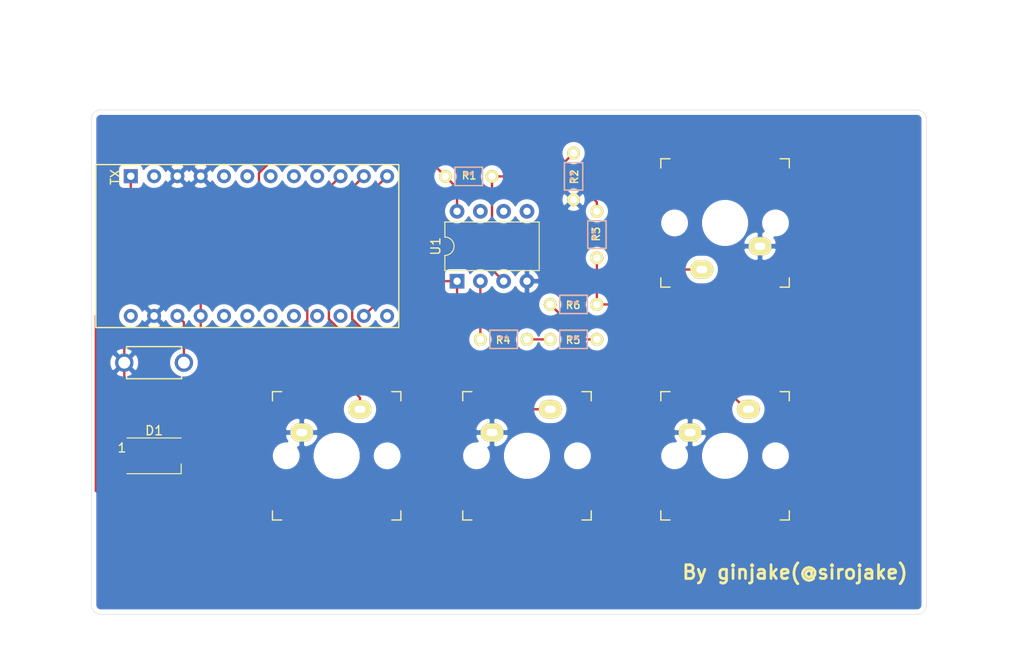
<source format=kicad_pcb>
(kicad_pcb (version 20171130) (host pcbnew "(5.1.2)-1")

  (general
    (thickness 1.6)
    (drawings 13)
    (tracks 71)
    (zones 0)
    (modules 14)
    (nets 31)
  )

  (page A4)
  (layers
    (0 F.Cu signal)
    (31 B.Cu signal)
    (32 B.Adhes user)
    (33 F.Adhes user)
    (34 B.Paste user)
    (35 F.Paste user)
    (36 B.SilkS user)
    (37 F.SilkS user)
    (38 B.Mask user)
    (39 F.Mask user)
    (40 Dwgs.User user)
    (41 Cmts.User user)
    (42 Eco1.User user)
    (43 Eco2.User user)
    (44 Edge.Cuts user)
    (45 Margin user)
    (46 B.CrtYd user)
    (47 F.CrtYd user)
    (48 B.Fab user)
    (49 F.Fab user)
  )

  (setup
    (last_trace_width 0.25)
    (trace_clearance 0.2)
    (zone_clearance 0.508)
    (zone_45_only no)
    (trace_min 0.2)
    (via_size 0.8)
    (via_drill 0.4)
    (via_min_size 0.4)
    (via_min_drill 0.3)
    (uvia_size 0.3)
    (uvia_drill 0.1)
    (uvias_allowed no)
    (uvia_min_size 0.2)
    (uvia_min_drill 0.1)
    (edge_width 0.05)
    (segment_width 0.2)
    (pcb_text_width 0.3)
    (pcb_text_size 1.5 1.5)
    (mod_edge_width 0.12)
    (mod_text_size 1 1)
    (mod_text_width 0.15)
    (pad_size 1.524 1.524)
    (pad_drill 0.762)
    (pad_to_mask_clearance 0.051)
    (solder_mask_min_width 0.25)
    (aux_axis_origin 0 0)
    (visible_elements 7FFFFFFF)
    (pcbplotparams
      (layerselection 0x010fc_ffffffff)
      (usegerberextensions false)
      (usegerberattributes false)
      (usegerberadvancedattributes false)
      (creategerberjobfile false)
      (excludeedgelayer true)
      (linewidth 0.100000)
      (plotframeref false)
      (viasonmask false)
      (mode 1)
      (useauxorigin false)
      (hpglpennumber 1)
      (hpglpenspeed 20)
      (hpglpendiameter 15.000000)
      (psnegative false)
      (psa4output false)
      (plotreference true)
      (plotvalue true)
      (plotinvisibletext false)
      (padsonsilk false)
      (subtractmaskfromsilk false)
      (outputformat 1)
      (mirror false)
      (drillshape 1)
      (scaleselection 1)
      (outputdirectory ""))
  )

  (net 0 "")
  (net 1 "Net-(D1-Pad1)")
  (net 2 GND)
  (net 3 VCC)
  (net 4 "Net-(D1-Pad3)")
  (net 5 "Net-(R1-Pad2)")
  (net 6 "Net-(R3-Pad1)")
  (net 7 "Net-(R4-Pad2)")
  (net 8 "Net-(R4-Pad1)")
  (net 9 "Net-(R5-Pad1)")
  (net 10 "Net-(SW2-Pad1)")
  (net 11 "Net-(SW3-Pad2)")
  (net 12 "Net-(SW4-Pad2)")
  (net 13 "Net-(SW5-Pad2)")
  (net 14 "Net-(U1-Pad7)")
  (net 15 "Net-(U1-Pad6)")
  (net 16 "Net-(U1-Pad5)")
  (net 17 "Net-(U2-Pad13)")
  (net 18 "Net-(U2-Pad15)")
  (net 19 "Net-(U2-Pad16)")
  (net 20 "Net-(U2-Pad17)")
  (net 21 "Net-(U2-Pad18)")
  (net 22 "Net-(U2-Pad19)")
  (net 23 "Net-(U2-Pad20)")
  (net 24 "Net-(U2-Pad24)")
  (net 25 "Net-(U2-Pad9)")
  (net 26 "Net-(U2-Pad8)")
  (net 27 "Net-(U2-Pad7)")
  (net 28 "Net-(U2-Pad6)")
  (net 29 "Net-(U2-Pad5)")
  (net 30 "Net-(U2-Pad2)")

  (net_class Default "これはデフォルトのネット クラスです。"
    (clearance 0.2)
    (trace_width 0.25)
    (via_dia 0.8)
    (via_drill 0.4)
    (uvia_dia 0.3)
    (uvia_drill 0.1)
    (add_net GND)
    (add_net "Net-(D1-Pad1)")
    (add_net "Net-(D1-Pad3)")
    (add_net "Net-(R1-Pad2)")
    (add_net "Net-(R3-Pad1)")
    (add_net "Net-(R4-Pad1)")
    (add_net "Net-(R4-Pad2)")
    (add_net "Net-(R5-Pad1)")
    (add_net "Net-(SW2-Pad1)")
    (add_net "Net-(SW3-Pad2)")
    (add_net "Net-(SW4-Pad2)")
    (add_net "Net-(SW5-Pad2)")
    (add_net "Net-(U1-Pad5)")
    (add_net "Net-(U1-Pad6)")
    (add_net "Net-(U1-Pad7)")
    (add_net "Net-(U2-Pad13)")
    (add_net "Net-(U2-Pad15)")
    (add_net "Net-(U2-Pad16)")
    (add_net "Net-(U2-Pad17)")
    (add_net "Net-(U2-Pad18)")
    (add_net "Net-(U2-Pad19)")
    (add_net "Net-(U2-Pad2)")
    (add_net "Net-(U2-Pad20)")
    (add_net "Net-(U2-Pad24)")
    (add_net "Net-(U2-Pad5)")
    (add_net "Net-(U2-Pad6)")
    (add_net "Net-(U2-Pad7)")
    (add_net "Net-(U2-Pad8)")
    (add_net "Net-(U2-Pad9)")
    (add_net VCC)
  )

  (module zk:ProMicro_Reversed_Conthrough-irreversible (layer F.Cu) (tedit 5C5E5454) (tstamp 5CD967F1)
    (at 30.48 149.84)
    (path /5CD6D1B0)
    (fp_text reference U2 (at 34.036 7.366 -90) (layer F.Fab)
      (effects (font (size 1 1) (thickness 0.15)))
    )
    (fp_text value ProMicro (at 17.78 0) (layer F.SilkS) hide
      (effects (font (size 1.27 1.524) (thickness 0.2032)))
    )
    (fp_text user TX (at 2.1336 -7.5184 90 unlocked) (layer F.SilkS)
      (effects (font (size 1 1) (thickness 0.15)))
    )
    (fp_line (start 2.54 3.81) (end 2.54 -3.81) (layer Cmts.User) (width 0.15))
    (fp_line (start -1.27 3.81) (end 2.54 3.81) (layer Cmts.User) (width 0.15))
    (fp_line (start -1.27 -3.81) (end -1.27 3.81) (layer Cmts.User) (width 0.15))
    (fp_line (start 2.54 -3.81) (end -1.27 -3.81) (layer Cmts.User) (width 0.15))
    (fp_line (start 33.02 -8.89) (end 0 -8.89) (layer F.SilkS) (width 0.15))
    (fp_line (start 33.02 8.89) (end 33.02 -8.89) (layer F.SilkS) (width 0.15))
    (fp_line (start 0 8.89) (end 33.02 8.89) (layer F.SilkS) (width 0.15))
    (fp_line (start 0 -8.89) (end 0 8.89) (layer F.SilkS) (width 0.15))
    (pad 13 thru_hole circle (at 31.75 7.62) (size 1.524 1.524) (drill 0.8128) (layers *.Cu *.Mask)
      (net 17 "Net-(U2-Pad13)"))
    (pad 14 thru_hole circle (at 29.21 7.62) (size 1.524 1.524) (drill 0.8128) (layers *.Cu *.Mask)
      (net 6 "Net-(R3-Pad1)"))
    (pad 15 thru_hole circle (at 26.67 7.62) (size 1.524 1.524) (drill 0.8128) (layers *.Cu *.Mask)
      (net 18 "Net-(U2-Pad15)"))
    (pad 16 thru_hole circle (at 24.13 7.62) (size 1.524 1.524) (drill 0.8128) (layers *.Cu *.Mask)
      (net 19 "Net-(U2-Pad16)"))
    (pad 17 thru_hole circle (at 21.59 7.62) (size 1.524 1.524) (drill 0.8128) (layers *.Cu *.Mask)
      (net 20 "Net-(U2-Pad17)"))
    (pad 18 thru_hole circle (at 19.05 7.62) (size 1.524 1.524) (drill 0.8128) (layers *.Cu *.Mask)
      (net 21 "Net-(U2-Pad18)"))
    (pad 19 thru_hole circle (at 16.51 7.62) (size 1.524 1.524) (drill 0.8128) (layers *.Cu *.Mask)
      (net 22 "Net-(U2-Pad19)"))
    (pad 20 thru_hole circle (at 13.97 7.62) (size 1.524 1.524) (drill 0.8128) (layers *.Cu *.Mask)
      (net 23 "Net-(U2-Pad20)"))
    (pad 21 thru_hole circle (at 11.43 7.62) (size 1.524 1.524) (drill 0.8128) (layers *.Cu *.Mask)
      (net 3 VCC))
    (pad 22 thru_hole circle (at 8.89 7.62) (size 1.524 1.524) (drill 0.8128) (layers *.Cu *.Mask)
      (net 10 "Net-(SW2-Pad1)"))
    (pad 23 thru_hole circle (at 6.35 7.62) (size 1.524 1.524) (drill 0.8128) (layers *.Cu *.Mask)
      (net 2 GND))
    (pad 24 thru_hole circle (at 3.81 7.62) (size 1.524 1.524) (drill 0.8128) (layers *.Cu *.Mask)
      (net 24 "Net-(U2-Pad24)"))
    (pad 12 thru_hole circle (at 31.75 -7.62) (size 1.524 1.524) (drill 0.8128) (layers *.Cu *.Mask)
      (net 11 "Net-(SW3-Pad2)"))
    (pad 11 thru_hole circle (at 29.21 -7.62) (size 1.524 1.524) (drill 0.8128) (layers *.Cu *.Mask)
      (net 12 "Net-(SW4-Pad2)"))
    (pad 10 thru_hole circle (at 26.67 -7.62) (size 1.524 1.524) (drill 0.8128) (layers *.Cu *.Mask)
      (net 13 "Net-(SW5-Pad2)"))
    (pad 9 thru_hole circle (at 24.13 -7.62) (size 1.524 1.524) (drill 0.8128) (layers *.Cu *.Mask)
      (net 25 "Net-(U2-Pad9)"))
    (pad 8 thru_hole circle (at 21.59 -7.62) (size 1.524 1.524) (drill 0.8128) (layers *.Cu *.Mask)
      (net 26 "Net-(U2-Pad8)"))
    (pad 7 thru_hole circle (at 19.05 -7.62) (size 1.524 1.524) (drill 0.8128) (layers *.Cu *.Mask)
      (net 27 "Net-(U2-Pad7)"))
    (pad 6 thru_hole circle (at 16.51 -7.62) (size 1.524 1.524) (drill 0.8128) (layers *.Cu *.Mask)
      (net 28 "Net-(U2-Pad6)"))
    (pad 5 thru_hole circle (at 13.97 -7.62) (size 1.524 1.524) (drill 0.8128) (layers *.Cu *.Mask)
      (net 29 "Net-(U2-Pad5)"))
    (pad 4 thru_hole circle (at 11.43 -7.62) (size 1.524 1.524) (drill 0.8128) (layers *.Cu *.Mask)
      (net 2 GND))
    (pad 3 thru_hole circle (at 8.89 -7.62) (size 1.524 1.524) (drill 0.8128) (layers *.Cu *.Mask)
      (net 2 GND))
    (pad 2 thru_hole circle (at 6.35 -7.62) (size 1.524 1.524) (drill 0.8128) (layers *.Cu *.Mask)
      (net 30 "Net-(U2-Pad2)"))
    (pad 1 thru_hole rect (at 3.81 -7.62) (size 1.524 1.524) (drill 0.8128) (layers *.Cu *.Mask)
      (net 4 "Net-(D1-Pad3)"))
    (model ${KISYS3DMOD}/phi-kbd.3dshapes/ProMicro_Reversed.step
      (at (xyz 0 0 0))
      (scale (xyz 1 1 1))
      (rotate (xyz 0 0 0))
    )
  )

  (module foostan:CherryMX_1u (layer F.Cu) (tedit 5CB5FC92) (tstamp 5CD96765)
    (at 99.06 147.32 180)
    (path /5CD98D73)
    (fp_text reference SW1 (at 0 4.15) (layer Dwgs.User) hide
      (effects (font (size 1 1) (thickness 0.15)))
    )
    (fp_text value SW_Push (at -0.05 5.7) (layer Dwgs.User) hide
      (effects (font (size 1 1) (thickness 0.15)))
    )
    (fp_line (start -6 7) (end -7 7) (layer F.SilkS) (width 0.15))
    (fp_line (start -7 6) (end -7 7) (layer F.SilkS) (width 0.15))
    (fp_line (start 7 -7) (end 6 -7) (layer F.SilkS) (width 0.15))
    (fp_line (start 7 -6) (end 7 -7) (layer F.SilkS) (width 0.15))
    (fp_line (start 7 7) (end 7 6) (layer F.SilkS) (width 0.15))
    (fp_line (start 6 7) (end 7 7) (layer F.SilkS) (width 0.15))
    (fp_line (start -7 -7) (end -6 -7) (layer F.SilkS) (width 0.15))
    (fp_line (start -7 -6) (end -7 -7) (layer F.SilkS) (width 0.15))
    (fp_line (start -9.525 9.525) (end -9.525 -9.525) (layer Dwgs.User) (width 0.15))
    (fp_line (start 9.525 9.525) (end -9.525 9.525) (layer Dwgs.User) (width 0.15))
    (fp_line (start 9.525 -9.525) (end 9.525 9.525) (layer Dwgs.User) (width 0.15))
    (fp_line (start -9.525 -9.525) (end 9.525 -9.525) (layer Dwgs.User) (width 0.15))
    (pad 1 thru_hole oval (at -3.81 -2.54 180) (size 2.5 2) (drill oval 1.2 0.8) (layers *.Cu F.SilkS B.Mask)
      (net 2 GND))
    (pad 2 thru_hole oval (at 2.54 -5.08 180) (size 2.5 2) (drill oval 1.2 0.8) (layers *.Cu F.SilkS B.Mask)
      (net 7 "Net-(R4-Pad2)"))
    (pad "" np_thru_hole circle (at 5.5 0 270) (size 1.9 1.9) (drill 1.9) (layers *.Cu *.Mask))
    (pad "" np_thru_hole circle (at -5.5 0 270) (size 1.9 1.9) (drill 1.9) (layers *.Cu *.Mask))
    (pad "" np_thru_hole circle (at 0 0 270) (size 4 4) (drill 4) (layers *.Cu *.Mask))
  )

  (module Package_DIP:DIP-8_W7.62mm (layer F.Cu) (tedit 5A02E8C5) (tstamp 5CD967CC)
    (at 69.85 153.67 90)
    (descr "8-lead though-hole mounted DIP package, row spacing 7.62 mm (300 mils)")
    (tags "THT DIP DIL PDIP 2.54mm 7.62mm 300mil")
    (path /5CD9298F)
    (fp_text reference U1 (at 3.81 -2.33 90) (layer F.SilkS)
      (effects (font (size 1 1) (thickness 0.15)))
    )
    (fp_text value LM358N_NOPB (at 3.81 9.95 90) (layer F.Fab)
      (effects (font (size 1 1) (thickness 0.15)))
    )
    (fp_text user %R (at 3.81 3.81 90) (layer F.Fab)
      (effects (font (size 1 1) (thickness 0.15)))
    )
    (fp_line (start 8.7 -1.55) (end -1.1 -1.55) (layer F.CrtYd) (width 0.05))
    (fp_line (start 8.7 9.15) (end 8.7 -1.55) (layer F.CrtYd) (width 0.05))
    (fp_line (start -1.1 9.15) (end 8.7 9.15) (layer F.CrtYd) (width 0.05))
    (fp_line (start -1.1 -1.55) (end -1.1 9.15) (layer F.CrtYd) (width 0.05))
    (fp_line (start 6.46 -1.33) (end 4.81 -1.33) (layer F.SilkS) (width 0.12))
    (fp_line (start 6.46 8.95) (end 6.46 -1.33) (layer F.SilkS) (width 0.12))
    (fp_line (start 1.16 8.95) (end 6.46 8.95) (layer F.SilkS) (width 0.12))
    (fp_line (start 1.16 -1.33) (end 1.16 8.95) (layer F.SilkS) (width 0.12))
    (fp_line (start 2.81 -1.33) (end 1.16 -1.33) (layer F.SilkS) (width 0.12))
    (fp_line (start 0.635 -0.27) (end 1.635 -1.27) (layer F.Fab) (width 0.1))
    (fp_line (start 0.635 8.89) (end 0.635 -0.27) (layer F.Fab) (width 0.1))
    (fp_line (start 6.985 8.89) (end 0.635 8.89) (layer F.Fab) (width 0.1))
    (fp_line (start 6.985 -1.27) (end 6.985 8.89) (layer F.Fab) (width 0.1))
    (fp_line (start 1.635 -1.27) (end 6.985 -1.27) (layer F.Fab) (width 0.1))
    (fp_arc (start 3.81 -1.33) (end 2.81 -1.33) (angle -180) (layer F.SilkS) (width 0.12))
    (pad 8 thru_hole oval (at 7.62 0 90) (size 1.6 1.6) (drill 0.8) (layers *.Cu *.Mask)
      (net 3 VCC))
    (pad 4 thru_hole oval (at 0 7.62 90) (size 1.6 1.6) (drill 0.8) (layers *.Cu *.Mask)
      (net 2 GND))
    (pad 7 thru_hole oval (at 7.62 2.54 90) (size 1.6 1.6) (drill 0.8) (layers *.Cu *.Mask)
      (net 14 "Net-(U1-Pad7)"))
    (pad 3 thru_hole oval (at 0 5.08 90) (size 1.6 1.6) (drill 0.8) (layers *.Cu *.Mask)
      (net 5 "Net-(R1-Pad2)"))
    (pad 6 thru_hole oval (at 7.62 5.08 90) (size 1.6 1.6) (drill 0.8) (layers *.Cu *.Mask)
      (net 15 "Net-(U1-Pad6)"))
    (pad 2 thru_hole oval (at 0 2.54 90) (size 1.6 1.6) (drill 0.8) (layers *.Cu *.Mask)
      (net 7 "Net-(R4-Pad2)"))
    (pad 5 thru_hole oval (at 7.62 7.62 90) (size 1.6 1.6) (drill 0.8) (layers *.Cu *.Mask)
      (net 16 "Net-(U1-Pad5)"))
    (pad 1 thru_hole rect (at 0 0 90) (size 1.6 1.6) (drill 0.8) (layers *.Cu *.Mask)
      (net 6 "Net-(R3-Pad1)"))
    (model ${KISYS3DMOD}/Package_DIP.3dshapes/DIP-8_W7.62mm.wrl
      (at (xyz 0 0 0))
      (scale (xyz 1 1 1))
      (rotate (xyz 0 0 0))
    )
  )

  (module foostan:CherryMX_1u (layer F.Cu) (tedit 5CB5FC92) (tstamp 5CD967B0)
    (at 56.73 172.72)
    (path /5CDC3552)
    (fp_text reference SW5 (at 0 4.15) (layer Dwgs.User) hide
      (effects (font (size 1 1) (thickness 0.15)))
    )
    (fp_text value SW_PUSH (at -0.05 5.7) (layer Dwgs.User) hide
      (effects (font (size 1 1) (thickness 0.15)))
    )
    (fp_line (start -6 7) (end -7 7) (layer F.SilkS) (width 0.15))
    (fp_line (start -7 6) (end -7 7) (layer F.SilkS) (width 0.15))
    (fp_line (start 7 -7) (end 6 -7) (layer F.SilkS) (width 0.15))
    (fp_line (start 7 -6) (end 7 -7) (layer F.SilkS) (width 0.15))
    (fp_line (start 7 7) (end 7 6) (layer F.SilkS) (width 0.15))
    (fp_line (start 6 7) (end 7 7) (layer F.SilkS) (width 0.15))
    (fp_line (start -7 -7) (end -6 -7) (layer F.SilkS) (width 0.15))
    (fp_line (start -7 -6) (end -7 -7) (layer F.SilkS) (width 0.15))
    (fp_line (start -9.525 9.525) (end -9.525 -9.525) (layer Dwgs.User) (width 0.15))
    (fp_line (start 9.525 9.525) (end -9.525 9.525) (layer Dwgs.User) (width 0.15))
    (fp_line (start 9.525 -9.525) (end 9.525 9.525) (layer Dwgs.User) (width 0.15))
    (fp_line (start -9.525 -9.525) (end 9.525 -9.525) (layer Dwgs.User) (width 0.15))
    (pad 1 thru_hole oval (at -3.81 -2.54) (size 2.5 2) (drill oval 1.2 0.8) (layers *.Cu F.SilkS B.Mask)
      (net 2 GND))
    (pad 2 thru_hole oval (at 2.54 -5.08) (size 2.5 2) (drill oval 1.2 0.8) (layers *.Cu F.SilkS B.Mask)
      (net 13 "Net-(SW5-Pad2)"))
    (pad "" np_thru_hole circle (at 5.5 0 90) (size 1.9 1.9) (drill 1.9) (layers *.Cu *.Mask))
    (pad "" np_thru_hole circle (at -5.5 0 90) (size 1.9 1.9) (drill 1.9) (layers *.Cu *.Mask))
    (pad "" np_thru_hole circle (at 0 0 90) (size 4 4) (drill 4) (layers *.Cu *.Mask))
  )

  (module foostan:CherryMX_1u (layer F.Cu) (tedit 5CB5FC92) (tstamp 5CD9679B)
    (at 77.47 172.72)
    (path /5CDC2B5A)
    (fp_text reference SW4 (at 0 4.15) (layer Dwgs.User) hide
      (effects (font (size 1 1) (thickness 0.15)))
    )
    (fp_text value SW_PUSH (at -0.05 5.7) (layer Dwgs.User) hide
      (effects (font (size 1 1) (thickness 0.15)))
    )
    (fp_line (start -6 7) (end -7 7) (layer F.SilkS) (width 0.15))
    (fp_line (start -7 6) (end -7 7) (layer F.SilkS) (width 0.15))
    (fp_line (start 7 -7) (end 6 -7) (layer F.SilkS) (width 0.15))
    (fp_line (start 7 -6) (end 7 -7) (layer F.SilkS) (width 0.15))
    (fp_line (start 7 7) (end 7 6) (layer F.SilkS) (width 0.15))
    (fp_line (start 6 7) (end 7 7) (layer F.SilkS) (width 0.15))
    (fp_line (start -7 -7) (end -6 -7) (layer F.SilkS) (width 0.15))
    (fp_line (start -7 -6) (end -7 -7) (layer F.SilkS) (width 0.15))
    (fp_line (start -9.525 9.525) (end -9.525 -9.525) (layer Dwgs.User) (width 0.15))
    (fp_line (start 9.525 9.525) (end -9.525 9.525) (layer Dwgs.User) (width 0.15))
    (fp_line (start 9.525 -9.525) (end 9.525 9.525) (layer Dwgs.User) (width 0.15))
    (fp_line (start -9.525 -9.525) (end 9.525 -9.525) (layer Dwgs.User) (width 0.15))
    (pad 1 thru_hole oval (at -3.81 -2.54) (size 2.5 2) (drill oval 1.2 0.8) (layers *.Cu F.SilkS B.Mask)
      (net 2 GND))
    (pad 2 thru_hole oval (at 2.54 -5.08) (size 2.5 2) (drill oval 1.2 0.8) (layers *.Cu F.SilkS B.Mask)
      (net 12 "Net-(SW4-Pad2)"))
    (pad "" np_thru_hole circle (at 5.5 0 90) (size 1.9 1.9) (drill 1.9) (layers *.Cu *.Mask))
    (pad "" np_thru_hole circle (at -5.5 0 90) (size 1.9 1.9) (drill 1.9) (layers *.Cu *.Mask))
    (pad "" np_thru_hole circle (at 0 0 90) (size 4 4) (drill 4) (layers *.Cu *.Mask))
  )

  (module foostan:CherryMX_1u (layer F.Cu) (tedit 5CB5FC92) (tstamp 5CD96786)
    (at 99.06 172.72)
    (path /5CDC1C8F)
    (fp_text reference SW3 (at 0 4.15) (layer Dwgs.User) hide
      (effects (font (size 1 1) (thickness 0.15)))
    )
    (fp_text value SW_PUSH (at -0.05 5.7) (layer Dwgs.User) hide
      (effects (font (size 1 1) (thickness 0.15)))
    )
    (fp_line (start -6 7) (end -7 7) (layer F.SilkS) (width 0.15))
    (fp_line (start -7 6) (end -7 7) (layer F.SilkS) (width 0.15))
    (fp_line (start 7 -7) (end 6 -7) (layer F.SilkS) (width 0.15))
    (fp_line (start 7 -6) (end 7 -7) (layer F.SilkS) (width 0.15))
    (fp_line (start 7 7) (end 7 6) (layer F.SilkS) (width 0.15))
    (fp_line (start 6 7) (end 7 7) (layer F.SilkS) (width 0.15))
    (fp_line (start -7 -7) (end -6 -7) (layer F.SilkS) (width 0.15))
    (fp_line (start -7 -6) (end -7 -7) (layer F.SilkS) (width 0.15))
    (fp_line (start -9.525 9.525) (end -9.525 -9.525) (layer Dwgs.User) (width 0.15))
    (fp_line (start 9.525 9.525) (end -9.525 9.525) (layer Dwgs.User) (width 0.15))
    (fp_line (start 9.525 -9.525) (end 9.525 9.525) (layer Dwgs.User) (width 0.15))
    (fp_line (start -9.525 -9.525) (end 9.525 -9.525) (layer Dwgs.User) (width 0.15))
    (pad 1 thru_hole oval (at -3.81 -2.54) (size 2.5 2) (drill oval 1.2 0.8) (layers *.Cu F.SilkS B.Mask)
      (net 2 GND))
    (pad 2 thru_hole oval (at 2.54 -5.08) (size 2.5 2) (drill oval 1.2 0.8) (layers *.Cu F.SilkS B.Mask)
      (net 11 "Net-(SW3-Pad2)"))
    (pad "" np_thru_hole circle (at 5.5 0 90) (size 1.9 1.9) (drill 1.9) (layers *.Cu *.Mask))
    (pad "" np_thru_hole circle (at -5.5 0 90) (size 1.9 1.9) (drill 1.9) (layers *.Cu *.Mask))
    (pad "" np_thru_hole circle (at 0 0 90) (size 4 4) (drill 4) (layers *.Cu *.Mask))
  )

  (module zk:ResetSW-irreversible (layer F.Cu) (tedit 5C4DA252) (tstamp 5CD96771)
    (at 36.83 162.56 180)
    (path /5CDA1A29)
    (fp_text reference SW2 (at 0 2.55) (layer F.SilkS) hide
      (effects (font (size 1 1) (thickness 0.15)))
    )
    (fp_text value SW_Push (at 0 -2.55) (layer F.Fab)
      (effects (font (size 1 1) (thickness 0.15)))
    )
    (fp_line (start 3 1.5) (end 3 1.75) (layer F.SilkS) (width 0.15))
    (fp_line (start 3 1.75) (end -3 1.75) (layer F.SilkS) (width 0.15))
    (fp_line (start -3 1.75) (end -3 1.5) (layer F.SilkS) (width 0.15))
    (fp_line (start -3 -1.5) (end -3 -1.75) (layer F.SilkS) (width 0.15))
    (fp_line (start -3 -1.75) (end 3 -1.75) (layer F.SilkS) (width 0.15))
    (fp_line (start 3 -1.75) (end 3 -1.5) (layer F.SilkS) (width 0.15))
    (pad 2 thru_hole circle (at 3.25 0 180) (size 2 2) (drill 1.3) (layers *.Cu *.Mask)
      (net 2 GND))
    (pad 1 thru_hole circle (at -3.25 0 180) (size 2 2) (drill 1.3) (layers *.Cu *.Mask)
      (net 10 "Net-(SW2-Pad1)"))
    (model ${KISYS3DMOD}/phi-kbd.3dshapes/TVBP06-BN043CW-B.wrl
      (offset (xyz -2.8 -1.7 0))
      (scale (xyz 0.36 0.36 0.36))
      (rotate (xyz 0 0 0))
    )
  )

  (module foostan:R (layer F.Cu) (tedit 5AA6C8B2) (tstamp 5CD96750)
    (at 82.55 156.21 180)
    (descr "Resitance 3 pas")
    (tags R)
    (path /5CD932D8)
    (autoplace_cost180 10)
    (fp_text reference R6 (at 0.05 -0.08) (layer F.SilkS)
      (effects (font (size 0.8128 0.8128) (thickness 0.15)))
    )
    (fp_text value 0Ω (at 0 -1.6) (layer F.SilkS) hide
      (effects (font (size 0.5 0.5) (thickness 0.125)))
    )
    (fp_line (start 1.50114 -1.00076) (end -1.50114 -1.00076) (layer F.SilkS) (width 0.15))
    (fp_line (start 1.50114 1.00076) (end 1.50114 -1.00076) (layer F.SilkS) (width 0.15))
    (fp_line (start -1.50114 1.00076) (end 1.50114 1.00076) (layer F.SilkS) (width 0.15))
    (fp_line (start -1.50114 -1.00076) (end -1.50114 1.00076) (layer F.SilkS) (width 0.15))
    (fp_line (start -1.5 1) (end -1.5 -1) (layer B.SilkS) (width 0.15))
    (fp_line (start 1.5 1) (end -1.5 1) (layer B.SilkS) (width 0.15))
    (fp_line (start 1.5 -1) (end 1.5 1) (layer B.SilkS) (width 0.15))
    (fp_line (start -1.5 -1) (end 1.5 -1) (layer B.SilkS) (width 0.15))
    (fp_text user ** (at 0 -0.0635) (layer B.SilkS)
      (effects (font (size 0.8128 0.8128) (thickness 0.15)) (justify mirror))
    )
    (pad 2 thru_hole circle (at 2.54 0 180) (size 1.397 1.397) (drill 0.8128) (layers *.Cu *.Mask F.SilkS)
      (net 9 "Net-(R5-Pad1)"))
    (pad 1 thru_hole circle (at -2.54 0 180) (size 1.397 1.397) (drill 0.8128) (layers *.Cu *.Mask F.SilkS)
      (net 6 "Net-(R3-Pad1)"))
    (model discret/resistor.wrl
      (at (xyz 0 0 0))
      (scale (xyz 0.3 0.3 0.3))
      (rotate (xyz 0 0 0))
    )
    (model Resistors_ThroughHole.3dshapes/Resistor_Horizontal_RM10mm.wrl
      (at (xyz 0 0 0))
      (scale (xyz 0.2 0.2 0.2))
      (rotate (xyz 0 0 0))
    )
  )

  (module foostan:R (layer F.Cu) (tedit 5AA6C8B2) (tstamp 5CD96741)
    (at 82.55 160.02 180)
    (descr "Resitance 3 pas")
    (tags R)
    (path /5CD92E17)
    (autoplace_cost180 10)
    (fp_text reference R5 (at 0.05 -0.08) (layer F.SilkS)
      (effects (font (size 0.8128 0.8128) (thickness 0.15)))
    )
    (fp_text value 2.2MΩ (at 0 -1.6) (layer F.SilkS) hide
      (effects (font (size 0.5 0.5) (thickness 0.125)))
    )
    (fp_line (start 1.50114 -1.00076) (end -1.50114 -1.00076) (layer F.SilkS) (width 0.15))
    (fp_line (start 1.50114 1.00076) (end 1.50114 -1.00076) (layer F.SilkS) (width 0.15))
    (fp_line (start -1.50114 1.00076) (end 1.50114 1.00076) (layer F.SilkS) (width 0.15))
    (fp_line (start -1.50114 -1.00076) (end -1.50114 1.00076) (layer F.SilkS) (width 0.15))
    (fp_line (start -1.5 1) (end -1.5 -1) (layer B.SilkS) (width 0.15))
    (fp_line (start 1.5 1) (end -1.5 1) (layer B.SilkS) (width 0.15))
    (fp_line (start 1.5 -1) (end 1.5 1) (layer B.SilkS) (width 0.15))
    (fp_line (start -1.5 -1) (end 1.5 -1) (layer B.SilkS) (width 0.15))
    (fp_text user ** (at 0 -0.0635) (layer B.SilkS)
      (effects (font (size 0.8128 0.8128) (thickness 0.15)) (justify mirror))
    )
    (pad 2 thru_hole circle (at 2.54 0 180) (size 1.397 1.397) (drill 0.8128) (layers *.Cu *.Mask F.SilkS)
      (net 8 "Net-(R4-Pad1)"))
    (pad 1 thru_hole circle (at -2.54 0 180) (size 1.397 1.397) (drill 0.8128) (layers *.Cu *.Mask F.SilkS)
      (net 9 "Net-(R5-Pad1)"))
    (model discret/resistor.wrl
      (at (xyz 0 0 0))
      (scale (xyz 0.3 0.3 0.3))
      (rotate (xyz 0 0 0))
    )
    (model Resistors_ThroughHole.3dshapes/Resistor_Horizontal_RM10mm.wrl
      (at (xyz 0 0 0))
      (scale (xyz 0.2 0.2 0.2))
      (rotate (xyz 0 0 0))
    )
  )

  (module foostan:R (layer F.Cu) (tedit 5AA6C8B2) (tstamp 5CD96732)
    (at 74.93 160.02 180)
    (descr "Resitance 3 pas")
    (tags R)
    (path /5CD922AD)
    (autoplace_cost180 10)
    (fp_text reference R4 (at 0.05 -0.08) (layer F.SilkS)
      (effects (font (size 0.8128 0.8128) (thickness 0.15)))
    )
    (fp_text value 2.2MΩ (at 0 -1.6) (layer F.SilkS) hide
      (effects (font (size 0.5 0.5) (thickness 0.125)))
    )
    (fp_text user ** (at 0 -0.0635) (layer B.SilkS)
      (effects (font (size 0.8128 0.8128) (thickness 0.15)) (justify mirror))
    )
    (fp_line (start -1.5 -1) (end 1.5 -1) (layer B.SilkS) (width 0.15))
    (fp_line (start 1.5 -1) (end 1.5 1) (layer B.SilkS) (width 0.15))
    (fp_line (start 1.5 1) (end -1.5 1) (layer B.SilkS) (width 0.15))
    (fp_line (start -1.5 1) (end -1.5 -1) (layer B.SilkS) (width 0.15))
    (fp_line (start -1.50114 -1.00076) (end -1.50114 1.00076) (layer F.SilkS) (width 0.15))
    (fp_line (start -1.50114 1.00076) (end 1.50114 1.00076) (layer F.SilkS) (width 0.15))
    (fp_line (start 1.50114 1.00076) (end 1.50114 -1.00076) (layer F.SilkS) (width 0.15))
    (fp_line (start 1.50114 -1.00076) (end -1.50114 -1.00076) (layer F.SilkS) (width 0.15))
    (pad 1 thru_hole circle (at -2.54 0 180) (size 1.397 1.397) (drill 0.8128) (layers *.Cu *.Mask F.SilkS)
      (net 8 "Net-(R4-Pad1)"))
    (pad 2 thru_hole circle (at 2.54 0 180) (size 1.397 1.397) (drill 0.8128) (layers *.Cu *.Mask F.SilkS)
      (net 7 "Net-(R4-Pad2)"))
    (model discret/resistor.wrl
      (at (xyz 0 0 0))
      (scale (xyz 0.3 0.3 0.3))
      (rotate (xyz 0 0 0))
    )
    (model Resistors_ThroughHole.3dshapes/Resistor_Horizontal_RM10mm.wrl
      (at (xyz 0 0 0))
      (scale (xyz 0.2 0.2 0.2))
      (rotate (xyz 0 0 0))
    )
  )

  (module foostan:R (layer F.Cu) (tedit 5AA6C8B2) (tstamp 5CD96723)
    (at 85.09 148.59 90)
    (descr "Resitance 3 pas")
    (tags R)
    (path /5CD95DB9)
    (autoplace_cost180 10)
    (fp_text reference R3 (at 0.05 -0.08 90) (layer F.SilkS)
      (effects (font (size 0.8128 0.8128) (thickness 0.15)))
    )
    (fp_text value 2.2k (at 0 -1.6 90) (layer F.SilkS) hide
      (effects (font (size 0.5 0.5) (thickness 0.125)))
    )
    (fp_line (start 1.50114 -1.00076) (end -1.50114 -1.00076) (layer F.SilkS) (width 0.15))
    (fp_line (start 1.50114 1.00076) (end 1.50114 -1.00076) (layer F.SilkS) (width 0.15))
    (fp_line (start -1.50114 1.00076) (end 1.50114 1.00076) (layer F.SilkS) (width 0.15))
    (fp_line (start -1.50114 -1.00076) (end -1.50114 1.00076) (layer F.SilkS) (width 0.15))
    (fp_line (start -1.5 1) (end -1.5 -1) (layer B.SilkS) (width 0.15))
    (fp_line (start 1.5 1) (end -1.5 1) (layer B.SilkS) (width 0.15))
    (fp_line (start 1.5 -1) (end 1.5 1) (layer B.SilkS) (width 0.15))
    (fp_line (start -1.5 -1) (end 1.5 -1) (layer B.SilkS) (width 0.15))
    (fp_text user ** (at 0 -0.0635 90) (layer B.SilkS)
      (effects (font (size 0.8128 0.8128) (thickness 0.15)) (justify mirror))
    )
    (pad 2 thru_hole circle (at 2.54 0 90) (size 1.397 1.397) (drill 0.8128) (layers *.Cu *.Mask F.SilkS)
      (net 5 "Net-(R1-Pad2)"))
    (pad 1 thru_hole circle (at -2.54 0 90) (size 1.397 1.397) (drill 0.8128) (layers *.Cu *.Mask F.SilkS)
      (net 6 "Net-(R3-Pad1)"))
    (model discret/resistor.wrl
      (at (xyz 0 0 0))
      (scale (xyz 0.3 0.3 0.3))
      (rotate (xyz 0 0 0))
    )
    (model Resistors_ThroughHole.3dshapes/Resistor_Horizontal_RM10mm.wrl
      (at (xyz 0 0 0))
      (scale (xyz 0.2 0.2 0.2))
      (rotate (xyz 0 0 0))
    )
  )

  (module foostan:R (layer F.Cu) (tedit 5AA6C8B2) (tstamp 5CD96714)
    (at 82.55 142.24 270)
    (descr "Resitance 3 pas")
    (tags R)
    (path /5CD97B9A)
    (autoplace_cost180 10)
    (fp_text reference R2 (at 0.05 -0.08 90) (layer F.SilkS)
      (effects (font (size 0.8128 0.8128) (thickness 0.15)))
    )
    (fp_text value 2.2k (at 0 -1.6 90) (layer F.SilkS) hide
      (effects (font (size 0.5 0.5) (thickness 0.125)))
    )
    (fp_line (start 1.50114 -1.00076) (end -1.50114 -1.00076) (layer F.SilkS) (width 0.15))
    (fp_line (start 1.50114 1.00076) (end 1.50114 -1.00076) (layer F.SilkS) (width 0.15))
    (fp_line (start -1.50114 1.00076) (end 1.50114 1.00076) (layer F.SilkS) (width 0.15))
    (fp_line (start -1.50114 -1.00076) (end -1.50114 1.00076) (layer F.SilkS) (width 0.15))
    (fp_line (start -1.5 1) (end -1.5 -1) (layer B.SilkS) (width 0.15))
    (fp_line (start 1.5 1) (end -1.5 1) (layer B.SilkS) (width 0.15))
    (fp_line (start 1.5 -1) (end 1.5 1) (layer B.SilkS) (width 0.15))
    (fp_line (start -1.5 -1) (end 1.5 -1) (layer B.SilkS) (width 0.15))
    (fp_text user ** (at 0 -0.0635 90) (layer B.SilkS)
      (effects (font (size 0.8128 0.8128) (thickness 0.15)) (justify mirror))
    )
    (pad 2 thru_hole circle (at 2.54 0 270) (size 1.397 1.397) (drill 0.8128) (layers *.Cu *.Mask F.SilkS)
      (net 2 GND))
    (pad 1 thru_hole circle (at -2.54 0 270) (size 1.397 1.397) (drill 0.8128) (layers *.Cu *.Mask F.SilkS)
      (net 5 "Net-(R1-Pad2)"))
    (model discret/resistor.wrl
      (at (xyz 0 0 0))
      (scale (xyz 0.3 0.3 0.3))
      (rotate (xyz 0 0 0))
    )
    (model Resistors_ThroughHole.3dshapes/Resistor_Horizontal_RM10mm.wrl
      (at (xyz 0 0 0))
      (scale (xyz 0.2 0.2 0.2))
      (rotate (xyz 0 0 0))
    )
  )

  (module foostan:R (layer F.Cu) (tedit 5AA6C8B2) (tstamp 5CD96705)
    (at 71.12 142.24)
    (descr "Resitance 3 pas")
    (tags R)
    (path /5CD96DA4)
    (autoplace_cost180 10)
    (fp_text reference R1 (at 0.05 -0.08) (layer F.SilkS)
      (effects (font (size 0.8128 0.8128) (thickness 0.15)))
    )
    (fp_text value 2.2k (at 0 -1.6) (layer F.SilkS) hide
      (effects (font (size 0.5 0.5) (thickness 0.125)))
    )
    (fp_line (start 1.50114 -1.00076) (end -1.50114 -1.00076) (layer F.SilkS) (width 0.15))
    (fp_line (start 1.50114 1.00076) (end 1.50114 -1.00076) (layer F.SilkS) (width 0.15))
    (fp_line (start -1.50114 1.00076) (end 1.50114 1.00076) (layer F.SilkS) (width 0.15))
    (fp_line (start -1.50114 -1.00076) (end -1.50114 1.00076) (layer F.SilkS) (width 0.15))
    (fp_line (start -1.5 1) (end -1.5 -1) (layer B.SilkS) (width 0.15))
    (fp_line (start 1.5 1) (end -1.5 1) (layer B.SilkS) (width 0.15))
    (fp_line (start 1.5 -1) (end 1.5 1) (layer B.SilkS) (width 0.15))
    (fp_line (start -1.5 -1) (end 1.5 -1) (layer B.SilkS) (width 0.15))
    (fp_text user ** (at 0 -0.0635) (layer B.SilkS)
      (effects (font (size 0.8128 0.8128) (thickness 0.15)) (justify mirror))
    )
    (pad 2 thru_hole circle (at 2.54 0) (size 1.397 1.397) (drill 0.8128) (layers *.Cu *.Mask F.SilkS)
      (net 5 "Net-(R1-Pad2)"))
    (pad 1 thru_hole circle (at -2.54 0) (size 1.397 1.397) (drill 0.8128) (layers *.Cu *.Mask F.SilkS)
      (net 3 VCC))
    (model discret/resistor.wrl
      (at (xyz 0 0 0))
      (scale (xyz 0.3 0.3 0.3))
      (rotate (xyz 0 0 0))
    )
    (model Resistors_ThroughHole.3dshapes/Resistor_Horizontal_RM10mm.wrl
      (at (xyz 0 0 0))
      (scale (xyz 0.2 0.2 0.2))
      (rotate (xyz 0 0 0))
    )
  )

  (module LED_SMD:LED_SK6812MINI_PLCC4_3.5x3.5mm_P1.75mm (layer F.Cu) (tedit 5AA4B22F) (tstamp 5CD966F6)
    (at 36.83 172.72)
    (descr https://cdn-shop.adafruit.com/product-files/2686/SK6812MINI_REV.01-1-2.pdf)
    (tags "LED RGB NeoPixel Mini")
    (path /5CD73B7C)
    (attr smd)
    (fp_text reference D1 (at 0 -2.75) (layer F.SilkS)
      (effects (font (size 1 1) (thickness 0.15)))
    )
    (fp_text value SK6812MINI (at 0 3.25) (layer F.Fab)
      (effects (font (size 1 1) (thickness 0.15)))
    )
    (fp_text user 1 (at -3.5 -0.875) (layer F.SilkS)
      (effects (font (size 1 1) (thickness 0.15)))
    )
    (fp_text user %R (at 0 0) (layer F.Fab)
      (effects (font (size 0.5 0.5) (thickness 0.1)))
    )
    (fp_line (start 2.8 -2) (end -2.8 -2) (layer F.CrtYd) (width 0.05))
    (fp_line (start 2.8 2) (end 2.8 -2) (layer F.CrtYd) (width 0.05))
    (fp_line (start -2.8 2) (end 2.8 2) (layer F.CrtYd) (width 0.05))
    (fp_line (start -2.8 -2) (end -2.8 2) (layer F.CrtYd) (width 0.05))
    (fp_line (start 1.75 0.75) (end 0.75 1.75) (layer F.Fab) (width 0.1))
    (fp_line (start -1.75 -1.75) (end -1.75 1.75) (layer F.Fab) (width 0.1))
    (fp_line (start -1.75 1.75) (end 1.75 1.75) (layer F.Fab) (width 0.1))
    (fp_line (start 1.75 1.75) (end 1.75 -1.75) (layer F.Fab) (width 0.1))
    (fp_line (start 1.75 -1.75) (end -1.75 -1.75) (layer F.Fab) (width 0.1))
    (fp_line (start -2.95 -1.95) (end 2.95 -1.95) (layer F.SilkS) (width 0.12))
    (fp_line (start -2.95 1.95) (end 2.95 1.95) (layer F.SilkS) (width 0.12))
    (fp_line (start 2.95 1.95) (end 2.95 0.875) (layer F.SilkS) (width 0.12))
    (fp_circle (center 0 0) (end 0 -1.5) (layer F.Fab) (width 0.1))
    (pad 3 smd rect (at 1.75 0.875) (size 1.6 0.85) (layers F.Cu F.Paste F.Mask)
      (net 4 "Net-(D1-Pad3)"))
    (pad 4 smd rect (at 1.75 -0.875) (size 1.6 0.85) (layers F.Cu F.Paste F.Mask)
      (net 3 VCC))
    (pad 2 smd rect (at -1.75 0.875) (size 1.6 0.85) (layers F.Cu F.Paste F.Mask)
      (net 2 GND))
    (pad 1 smd rect (at -1.75 -0.875) (size 1.6 0.85) (layers F.Cu F.Paste F.Mask)
      (net 1 "Net-(D1-Pad1)"))
    (model ${KISYS3DMOD}/LED_SMD.3dshapes/LED_SK6812MINI_PLCC4_3.5x3.5mm_P1.75mm.wrl
      (at (xyz 0 0 0))
      (scale (xyz 1 1 1))
      (rotate (xyz 0 0 0))
    )
  )

  (gr_line (start 31 190) (end 120 190) (layer Edge.Cuts) (width 0.05) (tstamp 5CDA540A))
  (gr_arc (start 31 189) (end 30 189) (angle -90) (layer Edge.Cuts) (width 0.05))
  (gr_line (start 30 136) (end 30 189) (layer Edge.Cuts) (width 0.05))
  (dimension 55 (width 0.15) (layer Dwgs.User)
    (gr_text "55.000 mm" (at 23.7 162.5 270) (layer Dwgs.User)
      (effects (font (size 1 1) (thickness 0.15)))
    )
    (feature1 (pts (xy 30 190) (xy 24.413579 190)))
    (feature2 (pts (xy 30 135) (xy 24.413579 135)))
    (crossbar (pts (xy 25 135) (xy 25 190)))
    (arrow1a (pts (xy 25 190) (xy 24.413579 188.873496)))
    (arrow1b (pts (xy 25 190) (xy 25.586421 188.873496)))
    (arrow2a (pts (xy 25 135) (xy 24.413579 136.126504)))
    (arrow2b (pts (xy 25 135) (xy 25.586421 136.126504)))
  )
  (gr_arc (start 120 189) (end 120 190) (angle -90) (layer Edge.Cuts) (width 0.05))
  (gr_line (start 121 189) (end 121 136) (layer Edge.Cuts) (width 0.05) (tstamp 5CDA5396))
  (dimension 55 (width 0.15) (layer Dwgs.User)
    (gr_text "55.000 mm" (at 130.3 162.5 270) (layer Dwgs.User) (tstamp 5CDA5375)
      (effects (font (size 1 1) (thickness 0.15)))
    )
    (feature1 (pts (xy 124 190) (xy 129.586421 190)))
    (feature2 (pts (xy 124 135) (xy 129.586421 135)))
    (crossbar (pts (xy 129 135) (xy 129 190)))
    (arrow1a (pts (xy 129 190) (xy 128.413579 188.873496)))
    (arrow1b (pts (xy 129 190) (xy 129.586421 188.873496)))
    (arrow2a (pts (xy 129 135) (xy 128.413579 136.126504)))
    (arrow2b (pts (xy 129 135) (xy 129.586421 136.126504)))
  )
  (gr_arc (start 31 136) (end 31 135) (angle -90) (layer Edge.Cuts) (width 0.05))
  (gr_arc (start 120 136) (end 121 136) (angle -90) (layer Edge.Cuts) (width 0.05))
  (dimension 91 (width 0.15) (layer Dwgs.User)
    (gr_text "91.000 mm" (at 75.5 123.7) (layer Dwgs.User) (tstamp 5CDA5221)
      (effects (font (size 1 1) (thickness 0.15)))
    )
    (feature1 (pts (xy 121 133) (xy 121 124.413579)))
    (feature2 (pts (xy 30 133) (xy 30 124.413579)))
    (crossbar (pts (xy 30 125) (xy 121 125)))
    (arrow1a (pts (xy 121 125) (xy 119.873496 125.586421)))
    (arrow1b (pts (xy 121 125) (xy 119.873496 124.413579)))
    (arrow2a (pts (xy 30 125) (xy 31.126504 125.586421)))
    (arrow2b (pts (xy 30 125) (xy 31.126504 124.413579)))
  )
  (gr_text infinity_plus3 (at 73.66 185.42) (layer B.Mask)
    (effects (font (size 2 2) (thickness 0.3)))
  )
  (gr_text "By ginjake(@sirojake)" (at 106.68 185.42) (layer F.SilkS)
    (effects (font (size 1.5 1.5) (thickness 0.3)))
  )
  (gr_line (start 120 135) (end 31 135) (layer Edge.Cuts) (width 0.05))

  (segment (start 33.58 160.71) (end 36.83 157.46) (width 0.25) (layer F.Cu) (net 2))
  (segment (start 33.58 162.56) (end 33.58 160.71) (width 0.25) (layer F.Cu) (net 2))
  (segment (start 33.58 162.56) (end 33.58 164.54) (width 0.25) (layer F.Cu) (net 2))
  (segment (start 33.58 164.54) (end 31.75 166.37) (width 0.25) (layer F.Cu) (net 2))
  (segment (start 34.705 173.595) (end 35.08 173.595) (width 0.25) (layer F.Cu) (net 2))
  (segment (start 31.75 170.64) (end 34.705 173.595) (width 0.25) (layer F.Cu) (net 2))
  (segment (start 31.75 166.37) (end 31.75 170.64) (width 0.25) (layer F.Cu) (net 2))
  (segment (start 38.955 171.845) (end 38.58 171.845) (width 0.25) (layer F.Cu) (net 3))
  (segment (start 41.91 168.89) (end 38.955 171.845) (width 0.25) (layer F.Cu) (net 3))
  (segment (start 41.91 157.46) (end 41.91 168.89) (width 0.25) (layer F.Cu) (net 3))
  (segment (start 41.91 157.46) (end 41.91 152.4) (width 0.25) (layer F.Cu) (net 3))
  (segment (start 41.91 152.4) (end 48.26 146.05) (width 0.25) (layer F.Cu) (net 3))
  (segment (start 48.26 141.881238) (end 50.441238 139.7) (width 0.25) (layer F.Cu) (net 3))
  (segment (start 48.26 146.05) (end 48.26 141.881238) (width 0.25) (layer F.Cu) (net 3))
  (segment (start 66.04 139.7) (end 68.58 142.24) (width 0.25) (layer F.Cu) (net 3))
  (segment (start 50.441238 139.7) (end 66.04 139.7) (width 0.25) (layer F.Cu) (net 3))
  (segment (start 69.85 143.51) (end 68.58 142.24) (width 0.25) (layer F.Cu) (net 3))
  (segment (start 69.85 146.05) (end 69.85 143.51) (width 0.25) (layer F.Cu) (net 3))
  (segment (start 34.29 142.22) (end 34.29 153.67) (width 0.25) (layer F.Cu) (net 4))
  (segment (start 34.29 153.67) (end 30.48 157.48) (width 0.25) (layer F.Cu) (net 4))
  (segment (start 30.48 157.48) (end 30.48 176.53) (width 0.25) (layer F.Cu) (net 4))
  (segment (start 30.48 176.53) (end 31.75 177.8) (width 0.25) (layer F.Cu) (net 4))
  (segment (start 31.75 177.8) (end 38.1 177.8) (width 0.25) (layer F.Cu) (net 4))
  (segment (start 38.1 177.8) (end 39.37 176.53) (width 0.25) (layer F.Cu) (net 4))
  (segment (start 39.37 176.53) (end 39.37 173.99) (width 0.25) (layer F.Cu) (net 4))
  (segment (start 80.01 142.24) (end 82.55 139.7) (width 0.25) (layer F.Cu) (net 5))
  (segment (start 73.66 142.24) (end 80.01 142.24) (width 0.25) (layer F.Cu) (net 5))
  (segment (start 85.09 145.062172) (end 85.09 146.05) (width 0.25) (layer F.Cu) (net 5))
  (segment (start 82.267828 142.24) (end 85.09 145.062172) (width 0.25) (layer F.Cu) (net 5))
  (segment (start 80.01 142.24) (end 82.267828 142.24) (width 0.25) (layer F.Cu) (net 5))
  (segment (start 73.66 152.4) (end 74.93 153.67) (width 0.25) (layer F.Cu) (net 5))
  (segment (start 73.66 142.24) (end 73.66 152.4) (width 0.25) (layer F.Cu) (net 5))
  (segment (start 63.48 153.67) (end 59.69 157.46) (width 0.25) (layer F.Cu) (net 6))
  (segment (start 69.85 153.67) (end 63.48 153.67) (width 0.25) (layer F.Cu) (net 6))
  (segment (start 85.09 151.13) (end 85.09 156.21) (width 0.25) (layer F.Cu) (net 6))
  (segment (start 87.63 156.21) (end 85.09 156.21) (width 0.25) (layer F.Cu) (net 6))
  (segment (start 69.85 161.29) (end 71.12 162.56) (width 0.25) (layer F.Cu) (net 6))
  (segment (start 69.85 153.67) (end 69.85 161.29) (width 0.25) (layer F.Cu) (net 6))
  (segment (start 71.12 162.56) (end 87.63 162.56) (width 0.25) (layer F.Cu) (net 6))
  (segment (start 87.63 162.56) (end 88.9 161.29) (width 0.25) (layer F.Cu) (net 6))
  (segment (start 88.9 161.29) (end 88.9 157.48) (width 0.25) (layer F.Cu) (net 6))
  (segment (start 88.9 157.48) (end 87.63 156.21) (width 0.25) (layer F.Cu) (net 6))
  (segment (start 76.2 157.48) (end 72.39 157.48) (width 0.25) (layer F.Cu) (net 7))
  (segment (start 72.39 157.48) (end 72.39 160.02) (width 0.25) (layer F.Cu) (net 7))
  (segment (start 72.39 153.67) (end 72.39 157.48) (width 0.25) (layer F.Cu) (net 7))
  (segment (start 96.52 152.4) (end 92.71 152.4) (width 0.25) (layer F.Cu) (net 7))
  (segment (start 92.71 152.4) (end 88.9 148.59) (width 0.25) (layer F.Cu) (net 7))
  (segment (start 88.9 148.59) (end 85.09 148.59) (width 0.25) (layer F.Cu) (net 7))
  (segment (start 85.09 148.59) (end 76.2 157.48) (width 0.25) (layer F.Cu) (net 7))
  (segment (start 80.01 160.02) (end 77.47 160.02) (width 0.25) (layer F.Cu) (net 8))
  (segment (start 83.82 160.02) (end 80.01 156.21) (width 0.25) (layer F.Cu) (net 9))
  (segment (start 85.09 160.02) (end 83.82 160.02) (width 0.25) (layer F.Cu) (net 9))
  (segment (start 40.08 158.17) (end 39.37 157.46) (width 0.25) (layer F.Cu) (net 10))
  (segment (start 40.08 162.56) (end 40.08 158.17) (width 0.25) (layer F.Cu) (net 10))
  (segment (start 101.35 167.64) (end 101.6 167.64) (width 0.25) (layer F.Cu) (net 11))
  (segment (start 97.54 163.83) (end 101.35 167.64) (width 0.25) (layer F.Cu) (net 11))
  (segment (start 58.42 146.03) (end 58.42 157.798762) (width 0.25) (layer F.Cu) (net 11))
  (segment (start 58.42 157.798762) (end 61.911238 161.29) (width 0.25) (layer F.Cu) (net 11))
  (segment (start 61.911238 161.29) (end 63.5 161.29) (width 0.25) (layer F.Cu) (net 11))
  (segment (start 62.23 142.22) (end 58.42 146.03) (width 0.25) (layer F.Cu) (net 11))
  (segment (start 63.5 161.29) (end 66.04 163.83) (width 0.25) (layer F.Cu) (net 11))
  (segment (start 66.04 163.83) (end 97.54 163.83) (width 0.25) (layer F.Cu) (net 11))
  (segment (start 59.69 142.22) (end 55.88 146.03) (width 0.25) (layer F.Cu) (net 12))
  (segment (start 78.51 167.64) (end 80.01 167.64) (width 0.25) (layer F.Cu) (net 12))
  (segment (start 65.721238 167.64) (end 78.51 167.64) (width 0.25) (layer F.Cu) (net 12))
  (segment (start 55.88 157.798762) (end 65.721238 167.64) (width 0.25) (layer F.Cu) (net 12))
  (segment (start 55.88 146.03) (end 55.88 157.798762) (width 0.25) (layer F.Cu) (net 12))
  (segment (start 59.27 166.39) (end 59.27 167.64) (width 0.25) (layer F.Cu) (net 13))
  (segment (start 53.522999 160.642999) (end 59.27 166.39) (width 0.25) (layer F.Cu) (net 13))
  (segment (start 53.522999 145.847001) (end 53.522999 160.642999) (width 0.25) (layer F.Cu) (net 13))
  (segment (start 57.15 142.22) (end 53.522999 145.847001) (width 0.25) (layer F.Cu) (net 13))

  (zone (net 2) (net_name GND) (layer B.Cu) (tstamp 5CDA551E) (hatch edge 0.508)
    (connect_pads (clearance 0.508))
    (min_thickness 0.254)
    (fill yes (arc_segments 32) (thermal_gap 0.508) (thermal_bridge_width 0.508))
    (polygon
      (pts
        (xy 58 133) (xy 28 133) (xy 28 195) (xy 127 192) (xy 127 132)
      )
    )
    (filled_polygon
      (pts
        (xy 120.065424 135.66958) (xy 120.128356 135.68858) (xy 120.186405 135.719445) (xy 120.237343 135.760989) (xy 120.279248 135.811644)
        (xy 120.310515 135.869471) (xy 120.329956 135.932272) (xy 120.340001 136.027845) (xy 120.34 188.967721) (xy 120.33042 189.065424)
        (xy 120.31142 189.128357) (xy 120.280554 189.186406) (xy 120.239011 189.237343) (xy 120.188356 189.279248) (xy 120.130529 189.310515)
        (xy 120.067728 189.329956) (xy 119.972165 189.34) (xy 31.032279 189.34) (xy 30.934576 189.33042) (xy 30.871643 189.31142)
        (xy 30.813594 189.280554) (xy 30.762657 189.239011) (xy 30.720752 189.188356) (xy 30.689485 189.130529) (xy 30.670044 189.067728)
        (xy 30.66 188.972165) (xy 30.66 172.563891) (xy 49.645 172.563891) (xy 49.645 172.876109) (xy 49.705911 173.182327)
        (xy 49.825391 173.470779) (xy 49.99885 173.730379) (xy 50.219621 173.95115) (xy 50.479221 174.124609) (xy 50.767673 174.244089)
        (xy 51.073891 174.305) (xy 51.386109 174.305) (xy 51.692327 174.244089) (xy 51.980779 174.124609) (xy 52.240379 173.95115)
        (xy 52.46115 173.730379) (xy 52.634609 173.470779) (xy 52.754089 173.182327) (xy 52.815 172.876109) (xy 52.815 172.563891)
        (xy 52.79443 172.460475) (xy 54.095 172.460475) (xy 54.095 172.979525) (xy 54.196261 173.488601) (xy 54.394893 173.968141)
        (xy 54.683262 174.399715) (xy 55.050285 174.766738) (xy 55.481859 175.055107) (xy 55.961399 175.253739) (xy 56.470475 175.355)
        (xy 56.989525 175.355) (xy 57.498601 175.253739) (xy 57.978141 175.055107) (xy 58.409715 174.766738) (xy 58.776738 174.399715)
        (xy 59.065107 173.968141) (xy 59.263739 173.488601) (xy 59.365 172.979525) (xy 59.365 172.563891) (xy 60.645 172.563891)
        (xy 60.645 172.876109) (xy 60.705911 173.182327) (xy 60.825391 173.470779) (xy 60.99885 173.730379) (xy 61.219621 173.95115)
        (xy 61.479221 174.124609) (xy 61.767673 174.244089) (xy 62.073891 174.305) (xy 62.386109 174.305) (xy 62.692327 174.244089)
        (xy 62.980779 174.124609) (xy 63.240379 173.95115) (xy 63.46115 173.730379) (xy 63.634609 173.470779) (xy 63.754089 173.182327)
        (xy 63.815 172.876109) (xy 63.815 172.563891) (xy 70.385 172.563891) (xy 70.385 172.876109) (xy 70.445911 173.182327)
        (xy 70.565391 173.470779) (xy 70.73885 173.730379) (xy 70.959621 173.95115) (xy 71.219221 174.124609) (xy 71.507673 174.244089)
        (xy 71.813891 174.305) (xy 72.126109 174.305) (xy 72.432327 174.244089) (xy 72.720779 174.124609) (xy 72.980379 173.95115)
        (xy 73.20115 173.730379) (xy 73.374609 173.470779) (xy 73.494089 173.182327) (xy 73.555 172.876109) (xy 73.555 172.563891)
        (xy 73.53443 172.460475) (xy 74.835 172.460475) (xy 74.835 172.979525) (xy 74.936261 173.488601) (xy 75.134893 173.968141)
        (xy 75.423262 174.399715) (xy 75.790285 174.766738) (xy 76.221859 175.055107) (xy 76.701399 175.253739) (xy 77.210475 175.355)
        (xy 77.729525 175.355) (xy 78.238601 175.253739) (xy 78.718141 175.055107) (xy 79.149715 174.766738) (xy 79.516738 174.399715)
        (xy 79.805107 173.968141) (xy 80.003739 173.488601) (xy 80.105 172.979525) (xy 80.105 172.563891) (xy 81.385 172.563891)
        (xy 81.385 172.876109) (xy 81.445911 173.182327) (xy 81.565391 173.470779) (xy 81.73885 173.730379) (xy 81.959621 173.95115)
        (xy 82.219221 174.124609) (xy 82.507673 174.244089) (xy 82.813891 174.305) (xy 83.126109 174.305) (xy 83.432327 174.244089)
        (xy 83.720779 174.124609) (xy 83.980379 173.95115) (xy 84.20115 173.730379) (xy 84.374609 173.470779) (xy 84.494089 173.182327)
        (xy 84.555 172.876109) (xy 84.555 172.563891) (xy 91.975 172.563891) (xy 91.975 172.876109) (xy 92.035911 173.182327)
        (xy 92.155391 173.470779) (xy 92.32885 173.730379) (xy 92.549621 173.95115) (xy 92.809221 174.124609) (xy 93.097673 174.244089)
        (xy 93.403891 174.305) (xy 93.716109 174.305) (xy 94.022327 174.244089) (xy 94.310779 174.124609) (xy 94.570379 173.95115)
        (xy 94.79115 173.730379) (xy 94.964609 173.470779) (xy 95.084089 173.182327) (xy 95.145 172.876109) (xy 95.145 172.563891)
        (xy 95.12443 172.460475) (xy 96.425 172.460475) (xy 96.425 172.979525) (xy 96.526261 173.488601) (xy 96.724893 173.968141)
        (xy 97.013262 174.399715) (xy 97.380285 174.766738) (xy 97.811859 175.055107) (xy 98.291399 175.253739) (xy 98.800475 175.355)
        (xy 99.319525 175.355) (xy 99.828601 175.253739) (xy 100.308141 175.055107) (xy 100.739715 174.766738) (xy 101.106738 174.399715)
        (xy 101.395107 173.968141) (xy 101.593739 173.488601) (xy 101.695 172.979525) (xy 101.695 172.563891) (xy 102.975 172.563891)
        (xy 102.975 172.876109) (xy 103.035911 173.182327) (xy 103.155391 173.470779) (xy 103.32885 173.730379) (xy 103.549621 173.95115)
        (xy 103.809221 174.124609) (xy 104.097673 174.244089) (xy 104.403891 174.305) (xy 104.716109 174.305) (xy 105.022327 174.244089)
        (xy 105.310779 174.124609) (xy 105.570379 173.95115) (xy 105.79115 173.730379) (xy 105.964609 173.470779) (xy 106.084089 173.182327)
        (xy 106.145 172.876109) (xy 106.145 172.563891) (xy 106.084089 172.257673) (xy 105.964609 171.969221) (xy 105.79115 171.709621)
        (xy 105.570379 171.48885) (xy 105.310779 171.315391) (xy 105.022327 171.195911) (xy 104.716109 171.135) (xy 104.403891 171.135)
        (xy 104.097673 171.195911) (xy 103.809221 171.315391) (xy 103.549621 171.48885) (xy 103.32885 171.709621) (xy 103.155391 171.969221)
        (xy 103.035911 172.257673) (xy 102.975 172.563891) (xy 101.695 172.563891) (xy 101.695 172.460475) (xy 101.593739 171.951399)
        (xy 101.395107 171.471859) (xy 101.106738 171.040285) (xy 100.739715 170.673262) (xy 100.308141 170.384893) (xy 99.828601 170.186261)
        (xy 99.319525 170.085) (xy 98.800475 170.085) (xy 98.291399 170.186261) (xy 97.811859 170.384893) (xy 97.380285 170.673262)
        (xy 97.013262 171.040285) (xy 96.724893 171.471859) (xy 96.526261 171.951399) (xy 96.425 172.460475) (xy 95.12443 172.460475)
        (xy 95.084089 172.257673) (xy 94.964609 171.969221) (xy 94.863995 171.818641) (xy 94.86497 171.818819) (xy 95.123 171.661016)
        (xy 95.123 170.307) (xy 95.377 170.307) (xy 95.377 171.661016) (xy 95.63503 171.818819) (xy 95.952153 171.760987)
        (xy 96.2519 171.642398) (xy 96.522752 171.46761) (xy 96.7543 171.24334) (xy 96.937646 170.978206) (xy 97.065744 170.682398)
        (xy 97.090124 170.560434) (xy 96.970777 170.307) (xy 95.377 170.307) (xy 95.123 170.307) (xy 93.529223 170.307)
        (xy 93.409876 170.560434) (xy 93.434256 170.682398) (xy 93.562354 170.978206) (xy 93.670781 171.135) (xy 93.403891 171.135)
        (xy 93.097673 171.195911) (xy 92.809221 171.315391) (xy 92.549621 171.48885) (xy 92.32885 171.709621) (xy 92.155391 171.969221)
        (xy 92.035911 172.257673) (xy 91.975 172.563891) (xy 84.555 172.563891) (xy 84.494089 172.257673) (xy 84.374609 171.969221)
        (xy 84.20115 171.709621) (xy 83.980379 171.48885) (xy 83.720779 171.315391) (xy 83.432327 171.195911) (xy 83.126109 171.135)
        (xy 82.813891 171.135) (xy 82.507673 171.195911) (xy 82.219221 171.315391) (xy 81.959621 171.48885) (xy 81.73885 171.709621)
        (xy 81.565391 171.969221) (xy 81.445911 172.257673) (xy 81.385 172.563891) (xy 80.105 172.563891) (xy 80.105 172.460475)
        (xy 80.003739 171.951399) (xy 79.805107 171.471859) (xy 79.516738 171.040285) (xy 79.149715 170.673262) (xy 78.718141 170.384893)
        (xy 78.238601 170.186261) (xy 77.729525 170.085) (xy 77.210475 170.085) (xy 76.701399 170.186261) (xy 76.221859 170.384893)
        (xy 75.790285 170.673262) (xy 75.423262 171.040285) (xy 75.134893 171.471859) (xy 74.936261 171.951399) (xy 74.835 172.460475)
        (xy 73.53443 172.460475) (xy 73.494089 172.257673) (xy 73.374609 171.969221) (xy 73.273995 171.818641) (xy 73.27497 171.818819)
        (xy 73.533 171.661016) (xy 73.533 170.307) (xy 73.787 170.307) (xy 73.787 171.661016) (xy 74.04503 171.818819)
        (xy 74.362153 171.760987) (xy 74.6619 171.642398) (xy 74.932752 171.46761) (xy 75.1643 171.24334) (xy 75.347646 170.978206)
        (xy 75.475744 170.682398) (xy 75.500124 170.560434) (xy 75.380777 170.307) (xy 73.787 170.307) (xy 73.533 170.307)
        (xy 71.939223 170.307) (xy 71.819876 170.560434) (xy 71.844256 170.682398) (xy 71.972354 170.978206) (xy 72.080781 171.135)
        (xy 71.813891 171.135) (xy 71.507673 171.195911) (xy 71.219221 171.315391) (xy 70.959621 171.48885) (xy 70.73885 171.709621)
        (xy 70.565391 171.969221) (xy 70.445911 172.257673) (xy 70.385 172.563891) (xy 63.815 172.563891) (xy 63.754089 172.257673)
        (xy 63.634609 171.969221) (xy 63.46115 171.709621) (xy 63.240379 171.48885) (xy 62.980779 171.315391) (xy 62.692327 171.195911)
        (xy 62.386109 171.135) (xy 62.073891 171.135) (xy 61.767673 171.195911) (xy 61.479221 171.315391) (xy 61.219621 171.48885)
        (xy 60.99885 171.709621) (xy 60.825391 171.969221) (xy 60.705911 172.257673) (xy 60.645 172.563891) (xy 59.365 172.563891)
        (xy 59.365 172.460475) (xy 59.263739 171.951399) (xy 59.065107 171.471859) (xy 58.776738 171.040285) (xy 58.409715 170.673262)
        (xy 57.978141 170.384893) (xy 57.498601 170.186261) (xy 56.989525 170.085) (xy 56.470475 170.085) (xy 55.961399 170.186261)
        (xy 55.481859 170.384893) (xy 55.050285 170.673262) (xy 54.683262 171.040285) (xy 54.394893 171.471859) (xy 54.196261 171.951399)
        (xy 54.095 172.460475) (xy 52.79443 172.460475) (xy 52.754089 172.257673) (xy 52.634609 171.969221) (xy 52.533995 171.818641)
        (xy 52.53497 171.818819) (xy 52.793 171.661016) (xy 52.793 170.307) (xy 53.047 170.307) (xy 53.047 171.661016)
        (xy 53.30503 171.818819) (xy 53.622153 171.760987) (xy 53.9219 171.642398) (xy 54.192752 171.46761) (xy 54.4243 171.24334)
        (xy 54.607646 170.978206) (xy 54.735744 170.682398) (xy 54.760124 170.560434) (xy 54.640777 170.307) (xy 53.047 170.307)
        (xy 52.793 170.307) (xy 51.199223 170.307) (xy 51.079876 170.560434) (xy 51.104256 170.682398) (xy 51.232354 170.978206)
        (xy 51.340781 171.135) (xy 51.073891 171.135) (xy 50.767673 171.195911) (xy 50.479221 171.315391) (xy 50.219621 171.48885)
        (xy 49.99885 171.709621) (xy 49.825391 171.969221) (xy 49.705911 172.257673) (xy 49.645 172.563891) (xy 30.66 172.563891)
        (xy 30.66 169.799566) (xy 51.079876 169.799566) (xy 51.199223 170.053) (xy 52.793 170.053) (xy 52.793 168.698984)
        (xy 53.047 168.698984) (xy 53.047 170.053) (xy 54.640777 170.053) (xy 54.760124 169.799566) (xy 71.819876 169.799566)
        (xy 71.939223 170.053) (xy 73.533 170.053) (xy 73.533 168.698984) (xy 73.787 168.698984) (xy 73.787 170.053)
        (xy 75.380777 170.053) (xy 75.500124 169.799566) (xy 93.409876 169.799566) (xy 93.529223 170.053) (xy 95.123 170.053)
        (xy 95.123 168.698984) (xy 95.377 168.698984) (xy 95.377 170.053) (xy 96.970777 170.053) (xy 97.090124 169.799566)
        (xy 97.065744 169.677602) (xy 96.937646 169.381794) (xy 96.7543 169.11666) (xy 96.522752 168.89239) (xy 96.2519 168.717602)
        (xy 95.952153 168.599013) (xy 95.63503 168.541181) (xy 95.377 168.698984) (xy 95.123 168.698984) (xy 94.86497 168.541181)
        (xy 94.547847 168.599013) (xy 94.2481 168.717602) (xy 93.977248 168.89239) (xy 93.7457 169.11666) (xy 93.562354 169.381794)
        (xy 93.434256 169.677602) (xy 93.409876 169.799566) (xy 75.500124 169.799566) (xy 75.475744 169.677602) (xy 75.347646 169.381794)
        (xy 75.1643 169.11666) (xy 74.932752 168.89239) (xy 74.6619 168.717602) (xy 74.362153 168.599013) (xy 74.04503 168.541181)
        (xy 73.787 168.698984) (xy 73.533 168.698984) (xy 73.27497 168.541181) (xy 72.957847 168.599013) (xy 72.6581 168.717602)
        (xy 72.387248 168.89239) (xy 72.1557 169.11666) (xy 71.972354 169.381794) (xy 71.844256 169.677602) (xy 71.819876 169.799566)
        (xy 54.760124 169.799566) (xy 54.735744 169.677602) (xy 54.607646 169.381794) (xy 54.4243 169.11666) (xy 54.192752 168.89239)
        (xy 53.9219 168.717602) (xy 53.622153 168.599013) (xy 53.30503 168.541181) (xy 53.047 168.698984) (xy 52.793 168.698984)
        (xy 52.53497 168.541181) (xy 52.217847 168.599013) (xy 51.9181 168.717602) (xy 51.647248 168.89239) (xy 51.4157 169.11666)
        (xy 51.232354 169.381794) (xy 51.104256 169.677602) (xy 51.079876 169.799566) (xy 30.66 169.799566) (xy 30.66 167.64)
        (xy 57.377089 167.64) (xy 57.408657 167.960516) (xy 57.502148 168.268715) (xy 57.653969 168.552752) (xy 57.858286 168.801714)
        (xy 58.107248 169.006031) (xy 58.391285 169.157852) (xy 58.699484 169.251343) (xy 58.939678 169.275) (xy 59.600322 169.275)
        (xy 59.840516 169.251343) (xy 60.148715 169.157852) (xy 60.432752 169.006031) (xy 60.681714 168.801714) (xy 60.886031 168.552752)
        (xy 61.037852 168.268715) (xy 61.131343 167.960516) (xy 61.162911 167.64) (xy 78.117089 167.64) (xy 78.148657 167.960516)
        (xy 78.242148 168.268715) (xy 78.393969 168.552752) (xy 78.598286 168.801714) (xy 78.847248 169.006031) (xy 79.131285 169.157852)
        (xy 79.439484 169.251343) (xy 79.679678 169.275) (xy 80.340322 169.275) (xy 80.580516 169.251343) (xy 80.888715 169.157852)
        (xy 81.172752 169.006031) (xy 81.421714 168.801714) (xy 81.626031 168.552752) (xy 81.777852 168.268715) (xy 81.871343 167.960516)
        (xy 81.902911 167.64) (xy 99.707089 167.64) (xy 99.738657 167.960516) (xy 99.832148 168.268715) (xy 99.983969 168.552752)
        (xy 100.188286 168.801714) (xy 100.437248 169.006031) (xy 100.721285 169.157852) (xy 101.029484 169.251343) (xy 101.269678 169.275)
        (xy 101.930322 169.275) (xy 102.170516 169.251343) (xy 102.478715 169.157852) (xy 102.762752 169.006031) (xy 103.011714 168.801714)
        (xy 103.216031 168.552752) (xy 103.367852 168.268715) (xy 103.461343 167.960516) (xy 103.492911 167.64) (xy 103.461343 167.319484)
        (xy 103.367852 167.011285) (xy 103.216031 166.727248) (xy 103.011714 166.478286) (xy 102.762752 166.273969) (xy 102.478715 166.122148)
        (xy 102.170516 166.028657) (xy 101.930322 166.005) (xy 101.269678 166.005) (xy 101.029484 166.028657) (xy 100.721285 166.122148)
        (xy 100.437248 166.273969) (xy 100.188286 166.478286) (xy 99.983969 166.727248) (xy 99.832148 167.011285) (xy 99.738657 167.319484)
        (xy 99.707089 167.64) (xy 81.902911 167.64) (xy 81.871343 167.319484) (xy 81.777852 167.011285) (xy 81.626031 166.727248)
        (xy 81.421714 166.478286) (xy 81.172752 166.273969) (xy 80.888715 166.122148) (xy 80.580516 166.028657) (xy 80.340322 166.005)
        (xy 79.679678 166.005) (xy 79.439484 166.028657) (xy 79.131285 166.122148) (xy 78.847248 166.273969) (xy 78.598286 166.478286)
        (xy 78.393969 166.727248) (xy 78.242148 167.011285) (xy 78.148657 167.319484) (xy 78.117089 167.64) (xy 61.162911 167.64)
        (xy 61.131343 167.319484) (xy 61.037852 167.011285) (xy 60.886031 166.727248) (xy 60.681714 166.478286) (xy 60.432752 166.273969)
        (xy 60.148715 166.122148) (xy 59.840516 166.028657) (xy 59.600322 166.005) (xy 58.939678 166.005) (xy 58.699484 166.028657)
        (xy 58.391285 166.122148) (xy 58.107248 166.273969) (xy 57.858286 166.478286) (xy 57.653969 166.727248) (xy 57.502148 167.011285)
        (xy 57.408657 167.319484) (xy 57.377089 167.64) (xy 30.66 167.64) (xy 30.66 163.695413) (xy 32.624192 163.695413)
        (xy 32.719956 163.959814) (xy 33.009571 164.100704) (xy 33.321108 164.182384) (xy 33.642595 164.201718) (xy 33.961675 164.157961)
        (xy 34.266088 164.052795) (xy 34.440044 163.959814) (xy 34.535808 163.695413) (xy 33.58 162.739605) (xy 32.624192 163.695413)
        (xy 30.66 163.695413) (xy 30.66 162.622595) (xy 31.938282 162.622595) (xy 31.982039 162.941675) (xy 32.087205 163.246088)
        (xy 32.180186 163.420044) (xy 32.444587 163.515808) (xy 33.400395 162.56) (xy 33.759605 162.56) (xy 34.715413 163.515808)
        (xy 34.979814 163.420044) (xy 35.120704 163.130429) (xy 35.202384 162.818892) (xy 35.221718 162.497405) (xy 35.208219 162.398967)
        (xy 38.445 162.398967) (xy 38.445 162.721033) (xy 38.507832 163.036912) (xy 38.631082 163.334463) (xy 38.810013 163.602252)
        (xy 39.037748 163.829987) (xy 39.305537 164.008918) (xy 39.603088 164.132168) (xy 39.918967 164.195) (xy 40.241033 164.195)
        (xy 40.556912 164.132168) (xy 40.854463 164.008918) (xy 41.122252 163.829987) (xy 41.349987 163.602252) (xy 41.528918 163.334463)
        (xy 41.652168 163.036912) (xy 41.715 162.721033) (xy 41.715 162.398967) (xy 41.652168 162.083088) (xy 41.528918 161.785537)
        (xy 41.349987 161.517748) (xy 41.122252 161.290013) (xy 40.854463 161.111082) (xy 40.556912 160.987832) (xy 40.241033 160.925)
        (xy 39.918967 160.925) (xy 39.603088 160.987832) (xy 39.305537 161.111082) (xy 39.037748 161.290013) (xy 38.810013 161.517748)
        (xy 38.631082 161.785537) (xy 38.507832 162.083088) (xy 38.445 162.398967) (xy 35.208219 162.398967) (xy 35.177961 162.178325)
        (xy 35.072795 161.873912) (xy 34.979814 161.699956) (xy 34.715413 161.604192) (xy 33.759605 162.56) (xy 33.400395 162.56)
        (xy 32.444587 161.604192) (xy 32.180186 161.699956) (xy 32.039296 161.989571) (xy 31.957616 162.301108) (xy 31.938282 162.622595)
        (xy 30.66 162.622595) (xy 30.66 161.424587) (xy 32.624192 161.424587) (xy 33.58 162.380395) (xy 34.535808 161.424587)
        (xy 34.440044 161.160186) (xy 34.150429 161.019296) (xy 33.838892 160.937616) (xy 33.517405 160.918282) (xy 33.198325 160.962039)
        (xy 32.893912 161.067205) (xy 32.719956 161.160186) (xy 32.624192 161.424587) (xy 30.66 161.424587) (xy 30.66 159.888662)
        (xy 71.0565 159.888662) (xy 71.0565 160.151338) (xy 71.107746 160.408968) (xy 71.208268 160.651649) (xy 71.354203 160.870057)
        (xy 71.539943 161.055797) (xy 71.758351 161.201732) (xy 72.001032 161.302254) (xy 72.258662 161.3535) (xy 72.521338 161.3535)
        (xy 72.778968 161.302254) (xy 73.021649 161.201732) (xy 73.240057 161.055797) (xy 73.425797 160.870057) (xy 73.571732 160.651649)
        (xy 73.672254 160.408968) (xy 73.7235 160.151338) (xy 73.7235 159.888662) (xy 76.1365 159.888662) (xy 76.1365 160.151338)
        (xy 76.187746 160.408968) (xy 76.288268 160.651649) (xy 76.434203 160.870057) (xy 76.619943 161.055797) (xy 76.838351 161.201732)
        (xy 77.081032 161.302254) (xy 77.338662 161.3535) (xy 77.601338 161.3535) (xy 77.858968 161.302254) (xy 78.101649 161.201732)
        (xy 78.320057 161.055797) (xy 78.505797 160.870057) (xy 78.651732 160.651649) (xy 78.74 160.438552) (xy 78.828268 160.651649)
        (xy 78.974203 160.870057) (xy 79.159943 161.055797) (xy 79.378351 161.201732) (xy 79.621032 161.302254) (xy 79.878662 161.3535)
        (xy 80.141338 161.3535) (xy 80.398968 161.302254) (xy 80.641649 161.201732) (xy 80.860057 161.055797) (xy 81.045797 160.870057)
        (xy 81.191732 160.651649) (xy 81.292254 160.408968) (xy 81.3435 160.151338) (xy 81.3435 159.888662) (xy 83.7565 159.888662)
        (xy 83.7565 160.151338) (xy 83.807746 160.408968) (xy 83.908268 160.651649) (xy 84.054203 160.870057) (xy 84.239943 161.055797)
        (xy 84.458351 161.201732) (xy 84.701032 161.302254) (xy 84.958662 161.3535) (xy 85.221338 161.3535) (xy 85.478968 161.302254)
        (xy 85.721649 161.201732) (xy 85.940057 161.055797) (xy 86.125797 160.870057) (xy 86.271732 160.651649) (xy 86.372254 160.408968)
        (xy 86.4235 160.151338) (xy 86.4235 159.888662) (xy 86.372254 159.631032) (xy 86.271732 159.388351) (xy 86.125797 159.169943)
        (xy 85.940057 158.984203) (xy 85.721649 158.838268) (xy 85.478968 158.737746) (xy 85.221338 158.6865) (xy 84.958662 158.6865)
        (xy 84.701032 158.737746) (xy 84.458351 158.838268) (xy 84.239943 158.984203) (xy 84.054203 159.169943) (xy 83.908268 159.388351)
        (xy 83.807746 159.631032) (xy 83.7565 159.888662) (xy 81.3435 159.888662) (xy 81.292254 159.631032) (xy 81.191732 159.388351)
        (xy 81.045797 159.169943) (xy 80.860057 158.984203) (xy 80.641649 158.838268) (xy 80.398968 158.737746) (xy 80.141338 158.6865)
        (xy 79.878662 158.6865) (xy 79.621032 158.737746) (xy 79.378351 158.838268) (xy 79.159943 158.984203) (xy 78.974203 159.169943)
        (xy 78.828268 159.388351) (xy 78.74 159.601448) (xy 78.651732 159.388351) (xy 78.505797 159.169943) (xy 78.320057 158.984203)
        (xy 78.101649 158.838268) (xy 77.858968 158.737746) (xy 77.601338 158.6865) (xy 77.338662 158.6865) (xy 77.081032 158.737746)
        (xy 76.838351 158.838268) (xy 76.619943 158.984203) (xy 76.434203 159.169943) (xy 76.288268 159.388351) (xy 76.187746 159.631032)
        (xy 76.1365 159.888662) (xy 73.7235 159.888662) (xy 73.672254 159.631032) (xy 73.571732 159.388351) (xy 73.425797 159.169943)
        (xy 73.240057 158.984203) (xy 73.021649 158.838268) (xy 72.778968 158.737746) (xy 72.521338 158.6865) (xy 72.258662 158.6865)
        (xy 72.001032 158.737746) (xy 71.758351 158.838268) (xy 71.539943 158.984203) (xy 71.354203 159.169943) (xy 71.208268 159.388351)
        (xy 71.107746 159.631032) (xy 71.0565 159.888662) (xy 30.66 159.888662) (xy 30.66 157.322408) (xy 32.893 157.322408)
        (xy 32.893 157.597592) (xy 32.946686 157.86749) (xy 33.051995 158.121727) (xy 33.20488 158.350535) (xy 33.399465 158.54512)
        (xy 33.628273 158.698005) (xy 33.88251 158.803314) (xy 34.152408 158.857) (xy 34.427592 158.857) (xy 34.69749 158.803314)
        (xy 34.951727 158.698005) (xy 35.180535 158.54512) (xy 35.30009 158.425565) (xy 36.04404 158.425565) (xy 36.11102 158.665656)
        (xy 36.360048 158.782756) (xy 36.627135 158.849023) (xy 36.902017 158.86191) (xy 37.174133 158.820922) (xy 37.433023 158.727636)
        (xy 37.54898 158.665656) (xy 37.61596 158.425565) (xy 36.83 157.639605) (xy 36.04404 158.425565) (xy 35.30009 158.425565)
        (xy 35.37512 158.350535) (xy 35.528005 158.121727) (xy 35.557692 158.050057) (xy 35.562364 158.063023) (xy 35.624344 158.17898)
        (xy 35.864435 158.24596) (xy 36.650395 157.46) (xy 37.009605 157.46) (xy 37.795565 158.24596) (xy 38.035656 158.17898)
        (xy 38.099485 158.04324) (xy 38.131995 158.121727) (xy 38.28488 158.350535) (xy 38.479465 158.54512) (xy 38.708273 158.698005)
        (xy 38.96251 158.803314) (xy 39.232408 158.857) (xy 39.507592 158.857) (xy 39.77749 158.803314) (xy 40.031727 158.698005)
        (xy 40.260535 158.54512) (xy 40.45512 158.350535) (xy 40.608005 158.121727) (xy 40.64 158.044485) (xy 40.671995 158.121727)
        (xy 40.82488 158.350535) (xy 41.019465 158.54512) (xy 41.248273 158.698005) (xy 41.50251 158.803314) (xy 41.772408 158.857)
        (xy 42.047592 158.857) (xy 42.31749 158.803314) (xy 42.571727 158.698005) (xy 42.800535 158.54512) (xy 42.99512 158.350535)
        (xy 43.148005 158.121727) (xy 43.18 158.044485) (xy 43.211995 158.121727) (xy 43.36488 158.350535) (xy 43.559465 158.54512)
        (xy 43.788273 158.698005) (xy 44.04251 158.803314) (xy 44.312408 158.857) (xy 44.587592 158.857) (xy 44.85749 158.803314)
        (xy 45.111727 158.698005) (xy 45.340535 158.54512) (xy 45.53512 158.350535) (xy 45.688005 158.121727) (xy 45.72 158.044485)
        (xy 45.751995 158.121727) (xy 45.90488 158.350535) (xy 46.099465 158.54512) (xy 46.328273 158.698005) (xy 46.58251 158.803314)
        (xy 46.852408 158.857) (xy 47.127592 158.857) (xy 47.39749 158.803314) (xy 47.651727 158.698005) (xy 47.880535 158.54512)
        (xy 48.07512 158.350535) (xy 48.228005 158.121727) (xy 48.26 158.044485) (xy 48.291995 158.121727) (xy 48.44488 158.350535)
        (xy 48.639465 158.54512) (xy 48.868273 158.698005) (xy 49.12251 158.803314) (xy 49.392408 158.857) (xy 49.667592 158.857)
        (xy 49.93749 158.803314) (xy 50.191727 158.698005) (xy 50.420535 158.54512) (xy 50.61512 158.350535) (xy 50.768005 158.121727)
        (xy 50.8 158.044485) (xy 50.831995 158.121727) (xy 50.98488 158.350535) (xy 51.179465 158.54512) (xy 51.408273 158.698005)
        (xy 51.66251 158.803314) (xy 51.932408 158.857) (xy 52.207592 158.857) (xy 52.47749 158.803314) (xy 52.731727 158.698005)
        (xy 52.960535 158.54512) (xy 53.15512 158.350535) (xy 53.308005 158.121727) (xy 53.34 158.044485) (xy 53.371995 158.121727)
        (xy 53.52488 158.350535) (xy 53.719465 158.54512) (xy 53.948273 158.698005) (xy 54.20251 158.803314) (xy 54.472408 158.857)
        (xy 54.747592 158.857) (xy 55.01749 158.803314) (xy 55.271727 158.698005) (xy 55.500535 158.54512) (xy 55.69512 158.350535)
        (xy 55.848005 158.121727) (xy 55.88 158.044485) (xy 55.911995 158.121727) (xy 56.06488 158.350535) (xy 56.259465 158.54512)
        (xy 56.488273 158.698005) (xy 56.74251 158.803314) (xy 57.012408 158.857) (xy 57.287592 158.857) (xy 57.55749 158.803314)
        (xy 57.811727 158.698005) (xy 58.040535 158.54512) (xy 58.23512 158.350535) (xy 58.388005 158.121727) (xy 58.42 158.044485)
        (xy 58.451995 158.121727) (xy 58.60488 158.350535) (xy 58.799465 158.54512) (xy 59.028273 158.698005) (xy 59.28251 158.803314)
        (xy 59.552408 158.857) (xy 59.827592 158.857) (xy 60.09749 158.803314) (xy 60.351727 158.698005) (xy 60.580535 158.54512)
        (xy 60.77512 158.350535) (xy 60.928005 158.121727) (xy 60.96 158.044485) (xy 60.991995 158.121727) (xy 61.14488 158.350535)
        (xy 61.339465 158.54512) (xy 61.568273 158.698005) (xy 61.82251 158.803314) (xy 62.092408 158.857) (xy 62.367592 158.857)
        (xy 62.63749 158.803314) (xy 62.891727 158.698005) (xy 63.120535 158.54512) (xy 63.31512 158.350535) (xy 63.468005 158.121727)
        (xy 63.573314 157.86749) (xy 63.627 157.597592) (xy 63.627 157.322408) (xy 63.573314 157.05251) (xy 63.468005 156.798273)
        (xy 63.31512 156.569465) (xy 63.120535 156.37488) (xy 62.891727 156.221995) (xy 62.63749 156.116686) (xy 62.446331 156.078662)
        (xy 78.6765 156.078662) (xy 78.6765 156.341338) (xy 78.727746 156.598968) (xy 78.828268 156.841649) (xy 78.974203 157.060057)
        (xy 79.159943 157.245797) (xy 79.378351 157.391732) (xy 79.621032 157.492254) (xy 79.878662 157.5435) (xy 80.141338 157.5435)
        (xy 80.398968 157.492254) (xy 80.641649 157.391732) (xy 80.860057 157.245797) (xy 81.045797 157.060057) (xy 81.191732 156.841649)
        (xy 81.292254 156.598968) (xy 81.3435 156.341338) (xy 81.3435 156.078662) (xy 83.7565 156.078662) (xy 83.7565 156.341338)
        (xy 83.807746 156.598968) (xy 83.908268 156.841649) (xy 84.054203 157.060057) (xy 84.239943 157.245797) (xy 84.458351 157.391732)
        (xy 84.701032 157.492254) (xy 84.958662 157.5435) (xy 85.221338 157.5435) (xy 85.478968 157.492254) (xy 85.721649 157.391732)
        (xy 85.940057 157.245797) (xy 86.125797 157.060057) (xy 86.271732 156.841649) (xy 86.372254 156.598968) (xy 86.4235 156.341338)
        (xy 86.4235 156.078662) (xy 86.372254 155.821032) (xy 86.271732 155.578351) (xy 86.125797 155.359943) (xy 85.940057 155.174203)
        (xy 85.721649 155.028268) (xy 85.478968 154.927746) (xy 85.221338 154.8765) (xy 84.958662 154.8765) (xy 84.701032 154.927746)
        (xy 84.458351 155.028268) (xy 84.239943 155.174203) (xy 84.054203 155.359943) (xy 83.908268 155.578351) (xy 83.807746 155.821032)
        (xy 83.7565 156.078662) (xy 81.3435 156.078662) (xy 81.292254 155.821032) (xy 81.191732 155.578351) (xy 81.045797 155.359943)
        (xy 80.860057 155.174203) (xy 80.641649 155.028268) (xy 80.398968 154.927746) (xy 80.141338 154.8765) (xy 79.878662 154.8765)
        (xy 79.621032 154.927746) (xy 79.378351 155.028268) (xy 79.159943 155.174203) (xy 78.974203 155.359943) (xy 78.828268 155.578351)
        (xy 78.727746 155.821032) (xy 78.6765 156.078662) (xy 62.446331 156.078662) (xy 62.367592 156.063) (xy 62.092408 156.063)
        (xy 61.82251 156.116686) (xy 61.568273 156.221995) (xy 61.339465 156.37488) (xy 61.14488 156.569465) (xy 60.991995 156.798273)
        (xy 60.96 156.875515) (xy 60.928005 156.798273) (xy 60.77512 156.569465) (xy 60.580535 156.37488) (xy 60.351727 156.221995)
        (xy 60.09749 156.116686) (xy 59.827592 156.063) (xy 59.552408 156.063) (xy 59.28251 156.116686) (xy 59.028273 156.221995)
        (xy 58.799465 156.37488) (xy 58.60488 156.569465) (xy 58.451995 156.798273) (xy 58.42 156.875515) (xy 58.388005 156.798273)
        (xy 58.23512 156.569465) (xy 58.040535 156.37488) (xy 57.811727 156.221995) (xy 57.55749 156.116686) (xy 57.287592 156.063)
        (xy 57.012408 156.063) (xy 56.74251 156.116686) (xy 56.488273 156.221995) (xy 56.259465 156.37488) (xy 56.06488 156.569465)
        (xy 55.911995 156.798273) (xy 55.88 156.875515) (xy 55.848005 156.798273) (xy 55.69512 156.569465) (xy 55.500535 156.37488)
        (xy 55.271727 156.221995) (xy 55.01749 156.116686) (xy 54.747592 156.063) (xy 54.472408 156.063) (xy 54.20251 156.116686)
        (xy 53.948273 156.221995) (xy 53.719465 156.37488) (xy 53.52488 156.569465) (xy 53.371995 156.798273) (xy 53.34 156.875515)
        (xy 53.308005 156.798273) (xy 53.15512 156.569465) (xy 52.960535 156.37488) (xy 52.731727 156.221995) (xy 52.47749 156.116686)
        (xy 52.207592 156.063) (xy 51.932408 156.063) (xy 51.66251 156.116686) (xy 51.408273 156.221995) (xy 51.179465 156.37488)
        (xy 50.98488 156.569465) (xy 50.831995 156.798273) (xy 50.8 156.875515) (xy 50.768005 156.798273) (xy 50.61512 156.569465)
        (xy 50.420535 156.37488) (xy 50.191727 156.221995) (xy 49.93749 156.116686) (xy 49.667592 156.063) (xy 49.392408 156.063)
        (xy 49.12251 156.116686) (xy 48.868273 156.221995) (xy 48.639465 156.37488) (xy 48.44488 156.569465) (xy 48.291995 156.798273)
        (xy 48.26 156.875515) (xy 48.228005 156.798273) (xy 48.07512 156.569465) (xy 47.880535 156.37488) (xy 47.651727 156.221995)
        (xy 47.39749 156.116686) (xy 47.127592 156.063) (xy 46.852408 156.063) (xy 46.58251 156.116686) (xy 46.328273 156.221995)
        (xy 46.099465 156.37488) (xy 45.90488 156.569465) (xy 45.751995 156.798273) (xy 45.72 156.875515) (xy 45.688005 156.798273)
        (xy 45.53512 156.569465) (xy 45.340535 156.37488) (xy 45.111727 156.221995) (xy 44.85749 156.116686) (xy 44.587592 156.063)
        (xy 44.312408 156.063) (xy 44.04251 156.116686) (xy 43.788273 156.221995) (xy 43.559465 156.37488) (xy 43.36488 156.569465)
        (xy 43.211995 156.798273) (xy 43.18 156.875515) (xy 43.148005 156.798273) (xy 42.99512 156.569465) (xy 42.800535 156.37488)
        (xy 42.571727 156.221995) (xy 42.31749 156.116686) (xy 42.047592 156.063) (xy 41.772408 156.063) (xy 41.50251 156.116686)
        (xy 41.248273 156.221995) (xy 41.019465 156.37488) (xy 40.82488 156.569465) (xy 40.671995 156.798273) (xy 40.64 156.875515)
        (xy 40.608005 156.798273) (xy 40.45512 156.569465) (xy 40.260535 156.37488) (xy 40.031727 156.221995) (xy 39.77749 156.116686)
        (xy 39.507592 156.063) (xy 39.232408 156.063) (xy 38.96251 156.116686) (xy 38.708273 156.221995) (xy 38.479465 156.37488)
        (xy 38.28488 156.569465) (xy 38.131995 156.798273) (xy 38.102308 156.869943) (xy 38.097636 156.856977) (xy 38.035656 156.74102)
        (xy 37.795565 156.67404) (xy 37.009605 157.46) (xy 36.650395 157.46) (xy 35.864435 156.67404) (xy 35.624344 156.74102)
        (xy 35.560515 156.87676) (xy 35.528005 156.798273) (xy 35.37512 156.569465) (xy 35.30009 156.494435) (xy 36.04404 156.494435)
        (xy 36.83 157.280395) (xy 37.61596 156.494435) (xy 37.54898 156.254344) (xy 37.299952 156.137244) (xy 37.032865 156.070977)
        (xy 36.757983 156.05809) (xy 36.485867 156.099078) (xy 36.226977 156.192364) (xy 36.11102 156.254344) (xy 36.04404 156.494435)
        (xy 35.30009 156.494435) (xy 35.180535 156.37488) (xy 34.951727 156.221995) (xy 34.69749 156.116686) (xy 34.427592 156.063)
        (xy 34.152408 156.063) (xy 33.88251 156.116686) (xy 33.628273 156.221995) (xy 33.399465 156.37488) (xy 33.20488 156.569465)
        (xy 33.051995 156.798273) (xy 32.946686 157.05251) (xy 32.893 157.322408) (xy 30.66 157.322408) (xy 30.66 152.87)
        (xy 68.411928 152.87) (xy 68.411928 154.47) (xy 68.424188 154.594482) (xy 68.460498 154.71418) (xy 68.519463 154.824494)
        (xy 68.598815 154.921185) (xy 68.695506 155.000537) (xy 68.80582 155.059502) (xy 68.925518 155.095812) (xy 69.05 155.108072)
        (xy 70.65 155.108072) (xy 70.774482 155.095812) (xy 70.89418 155.059502) (xy 71.004494 155.000537) (xy 71.101185 154.921185)
        (xy 71.180537 154.824494) (xy 71.239502 154.71418) (xy 71.275812 154.594482) (xy 71.277581 154.576518) (xy 71.370392 154.689608)
        (xy 71.588899 154.868932) (xy 71.838192 155.002182) (xy 72.108691 155.084236) (xy 72.319508 155.105) (xy 72.460492 155.105)
        (xy 72.671309 155.084236) (xy 72.941808 155.002182) (xy 73.191101 154.868932) (xy 73.409608 154.689608) (xy 73.588932 154.471101)
        (xy 73.66 154.338142) (xy 73.731068 154.471101) (xy 73.910392 154.689608) (xy 74.128899 154.868932) (xy 74.378192 155.002182)
        (xy 74.648691 155.084236) (xy 74.859508 155.105) (xy 75.000492 155.105) (xy 75.211309 155.084236) (xy 75.481808 155.002182)
        (xy 75.731101 154.868932) (xy 75.949608 154.689608) (xy 76.128932 154.471101) (xy 76.202579 154.333318) (xy 76.317615 154.525131)
        (xy 76.506586 154.733519) (xy 76.73258 154.901037) (xy 76.986913 155.021246) (xy 77.120961 155.061904) (xy 77.343 154.939915)
        (xy 77.343 153.797) (xy 77.597 153.797) (xy 77.597 154.939915) (xy 77.819039 155.061904) (xy 77.953087 155.021246)
        (xy 78.20742 154.901037) (xy 78.433414 154.733519) (xy 78.622385 154.525131) (xy 78.76707 154.283881) (xy 78.861909 154.01904)
        (xy 78.740624 153.797) (xy 77.597 153.797) (xy 77.343 153.797) (xy 77.323 153.797) (xy 77.323 153.543)
        (xy 77.343 153.543) (xy 77.343 152.400085) (xy 77.597 152.400085) (xy 77.597 153.543) (xy 78.740624 153.543)
        (xy 78.861909 153.32096) (xy 78.76707 153.056119) (xy 78.622385 152.814869) (xy 78.433414 152.606481) (xy 78.20742 152.438963)
        (xy 77.953087 152.318754) (xy 77.819039 152.278096) (xy 77.597 152.400085) (xy 77.343 152.400085) (xy 77.120961 152.278096)
        (xy 76.986913 152.318754) (xy 76.73258 152.438963) (xy 76.506586 152.606481) (xy 76.317615 152.814869) (xy 76.202579 153.006682)
        (xy 76.128932 152.868899) (xy 75.949608 152.650392) (xy 75.731101 152.471068) (xy 75.481808 152.337818) (xy 75.211309 152.255764)
        (xy 75.000492 152.235) (xy 74.859508 152.235) (xy 74.648691 152.255764) (xy 74.378192 152.337818) (xy 74.128899 152.471068)
        (xy 73.910392 152.650392) (xy 73.731068 152.868899) (xy 73.66 153.001858) (xy 73.588932 152.868899) (xy 73.409608 152.650392)
        (xy 73.191101 152.471068) (xy 72.941808 152.337818) (xy 72.671309 152.255764) (xy 72.460492 152.235) (xy 72.319508 152.235)
        (xy 72.108691 152.255764) (xy 71.838192 152.337818) (xy 71.588899 152.471068) (xy 71.370392 152.650392) (xy 71.277581 152.763482)
        (xy 71.275812 152.745518) (xy 71.239502 152.62582) (xy 71.180537 152.515506) (xy 71.101185 152.418815) (xy 71.004494 152.339463)
        (xy 70.89418 152.280498) (xy 70.774482 152.244188) (xy 70.65 152.231928) (xy 69.05 152.231928) (xy 68.925518 152.244188)
        (xy 68.80582 152.280498) (xy 68.695506 152.339463) (xy 68.598815 152.418815) (xy 68.519463 152.515506) (xy 68.460498 152.62582)
        (xy 68.424188 152.745518) (xy 68.411928 152.87) (xy 30.66 152.87) (xy 30.66 150.998662) (xy 83.7565 150.998662)
        (xy 83.7565 151.261338) (xy 83.807746 151.518968) (xy 83.908268 151.761649) (xy 84.054203 151.980057) (xy 84.239943 152.165797)
        (xy 84.458351 152.311732) (xy 84.701032 152.412254) (xy 84.958662 152.4635) (xy 85.221338 152.4635) (xy 85.478968 152.412254)
        (xy 85.508551 152.4) (xy 94.627089 152.4) (xy 94.658657 152.720516) (xy 94.752148 153.028715) (xy 94.903969 153.312752)
        (xy 95.108286 153.561714) (xy 95.357248 153.766031) (xy 95.641285 153.917852) (xy 95.949484 154.011343) (xy 96.189678 154.035)
        (xy 96.850322 154.035) (xy 97.090516 154.011343) (xy 97.398715 153.917852) (xy 97.682752 153.766031) (xy 97.931714 153.561714)
        (xy 98.136031 153.312752) (xy 98.287852 153.028715) (xy 98.381343 152.720516) (xy 98.412911 152.4) (xy 98.381343 152.079484)
        (xy 98.287852 151.771285) (xy 98.136031 151.487248) (xy 97.931714 151.238286) (xy 97.682752 151.033969) (xy 97.398715 150.882148)
        (xy 97.090516 150.788657) (xy 96.850322 150.765) (xy 96.189678 150.765) (xy 95.949484 150.788657) (xy 95.641285 150.882148)
        (xy 95.357248 151.033969) (xy 95.108286 151.238286) (xy 94.903969 151.487248) (xy 94.752148 151.771285) (xy 94.658657 152.079484)
        (xy 94.627089 152.4) (xy 85.508551 152.4) (xy 85.721649 152.311732) (xy 85.940057 152.165797) (xy 86.125797 151.980057)
        (xy 86.271732 151.761649) (xy 86.372254 151.518968) (xy 86.4235 151.261338) (xy 86.4235 150.998662) (xy 86.372254 150.741032)
        (xy 86.271732 150.498351) (xy 86.125797 150.279943) (xy 86.086288 150.240434) (xy 101.029876 150.240434) (xy 101.054256 150.362398)
        (xy 101.182354 150.658206) (xy 101.3657 150.92334) (xy 101.597248 151.14761) (xy 101.8681 151.322398) (xy 102.167847 151.440987)
        (xy 102.48497 151.498819) (xy 102.743 151.341016) (xy 102.743 149.987) (xy 102.997 149.987) (xy 102.997 151.341016)
        (xy 103.25503 151.498819) (xy 103.572153 151.440987) (xy 103.8719 151.322398) (xy 104.142752 151.14761) (xy 104.3743 150.92334)
        (xy 104.557646 150.658206) (xy 104.685744 150.362398) (xy 104.710124 150.240434) (xy 104.590777 149.987) (xy 102.997 149.987)
        (xy 102.743 149.987) (xy 101.149223 149.987) (xy 101.029876 150.240434) (xy 86.086288 150.240434) (xy 85.940057 150.094203)
        (xy 85.721649 149.948268) (xy 85.478968 149.847746) (xy 85.221338 149.7965) (xy 84.958662 149.7965) (xy 84.701032 149.847746)
        (xy 84.458351 149.948268) (xy 84.239943 150.094203) (xy 84.054203 150.279943) (xy 83.908268 150.498351) (xy 83.807746 150.741032)
        (xy 83.7565 150.998662) (xy 30.66 150.998662) (xy 30.66 146.05) (xy 68.408057 146.05) (xy 68.435764 146.331309)
        (xy 68.517818 146.601808) (xy 68.651068 146.851101) (xy 68.830392 147.069608) (xy 69.048899 147.248932) (xy 69.298192 147.382182)
        (xy 69.568691 147.464236) (xy 69.779508 147.485) (xy 69.920492 147.485) (xy 70.131309 147.464236) (xy 70.401808 147.382182)
        (xy 70.651101 147.248932) (xy 70.869608 147.069608) (xy 71.048932 146.851101) (xy 71.12 146.718142) (xy 71.191068 146.851101)
        (xy 71.370392 147.069608) (xy 71.588899 147.248932) (xy 71.838192 147.382182) (xy 72.108691 147.464236) (xy 72.319508 147.485)
        (xy 72.460492 147.485) (xy 72.671309 147.464236) (xy 72.941808 147.382182) (xy 73.191101 147.248932) (xy 73.409608 147.069608)
        (xy 73.588932 146.851101) (xy 73.66 146.718142) (xy 73.731068 146.851101) (xy 73.910392 147.069608) (xy 74.128899 147.248932)
        (xy 74.378192 147.382182) (xy 74.648691 147.464236) (xy 74.859508 147.485) (xy 75.000492 147.485) (xy 75.211309 147.464236)
        (xy 75.481808 147.382182) (xy 75.731101 147.248932) (xy 75.949608 147.069608) (xy 76.128932 146.851101) (xy 76.2 146.718142)
        (xy 76.271068 146.851101) (xy 76.450392 147.069608) (xy 76.668899 147.248932) (xy 76.918192 147.382182) (xy 77.188691 147.464236)
        (xy 77.399508 147.485) (xy 77.540492 147.485) (xy 77.751309 147.464236) (xy 78.021808 147.382182) (xy 78.271101 147.248932)
        (xy 78.489608 147.069608) (xy 78.668932 146.851101) (xy 78.802182 146.601808) (xy 78.884236 146.331309) (xy 78.911943 146.05)
        (xy 78.884236 145.768691) (xy 78.863459 145.700197) (xy 81.809408 145.700197) (xy 81.868686 145.933812) (xy 82.106875 146.044559)
        (xy 82.362093 146.106711) (xy 82.624533 146.117876) (xy 82.884107 146.077629) (xy 83.130842 145.987514) (xy 83.231314 145.933812)
        (xy 83.235158 145.918662) (xy 83.7565 145.918662) (xy 83.7565 146.181338) (xy 83.807746 146.438968) (xy 83.908268 146.681649)
        (xy 84.054203 146.900057) (xy 84.239943 147.085797) (xy 84.458351 147.231732) (xy 84.701032 147.332254) (xy 84.958662 147.3835)
        (xy 85.221338 147.3835) (xy 85.478968 147.332254) (xy 85.721649 147.231732) (xy 85.82318 147.163891) (xy 91.975 147.163891)
        (xy 91.975 147.476109) (xy 92.035911 147.782327) (xy 92.155391 148.070779) (xy 92.32885 148.330379) (xy 92.549621 148.55115)
        (xy 92.809221 148.724609) (xy 93.097673 148.844089) (xy 93.403891 148.905) (xy 93.716109 148.905) (xy 94.022327 148.844089)
        (xy 94.310779 148.724609) (xy 94.570379 148.55115) (xy 94.79115 148.330379) (xy 94.964609 148.070779) (xy 95.084089 147.782327)
        (xy 95.145 147.476109) (xy 95.145 147.163891) (xy 95.12443 147.060475) (xy 96.425 147.060475) (xy 96.425 147.579525)
        (xy 96.526261 148.088601) (xy 96.724893 148.568141) (xy 97.013262 148.999715) (xy 97.380285 149.366738) (xy 97.811859 149.655107)
        (xy 98.291399 149.853739) (xy 98.800475 149.955) (xy 99.319525 149.955) (xy 99.828601 149.853739) (xy 100.308141 149.655107)
        (xy 100.570856 149.479566) (xy 101.029876 149.479566) (xy 101.149223 149.733) (xy 102.743 149.733) (xy 102.743 148.378984)
        (xy 102.48497 148.221181) (xy 102.167847 148.279013) (xy 101.8681 148.397602) (xy 101.597248 148.57239) (xy 101.3657 148.79666)
        (xy 101.182354 149.061794) (xy 101.054256 149.357602) (xy 101.029876 149.479566) (xy 100.570856 149.479566) (xy 100.739715 149.366738)
        (xy 101.106738 148.999715) (xy 101.395107 148.568141) (xy 101.593739 148.088601) (xy 101.695 147.579525) (xy 101.695 147.163891)
        (xy 102.975 147.163891) (xy 102.975 147.476109) (xy 103.035911 147.782327) (xy 103.155391 148.070779) (xy 103.256005 148.221359)
        (xy 103.25503 148.221181) (xy 102.997 148.378984) (xy 102.997 149.733) (xy 104.590777 149.733) (xy 104.710124 149.479566)
        (xy 104.685744 149.357602) (xy 104.557646 149.061794) (xy 104.449219 148.905) (xy 104.716109 148.905) (xy 105.022327 148.844089)
        (xy 105.310779 148.724609) (xy 105.570379 148.55115) (xy 105.79115 148.330379) (xy 105.964609 148.070779) (xy 106.084089 147.782327)
        (xy 106.145 147.476109) (xy 106.145 147.163891) (xy 106.084089 146.857673) (xy 105.964609 146.569221) (xy 105.79115 146.309621)
        (xy 105.570379 146.08885) (xy 105.310779 145.915391) (xy 105.022327 145.795911) (xy 104.716109 145.735) (xy 104.403891 145.735)
        (xy 104.097673 145.795911) (xy 103.809221 145.915391) (xy 103.549621 146.08885) (xy 103.32885 146.309621) (xy 103.155391 146.569221)
        (xy 103.035911 146.857673) (xy 102.975 147.163891) (xy 101.695 147.163891) (xy 101.695 147.060475) (xy 101.593739 146.551399)
        (xy 101.395107 146.071859) (xy 101.106738 145.640285) (xy 100.739715 145.273262) (xy 100.308141 144.984893) (xy 99.828601 144.786261)
        (xy 99.319525 144.685) (xy 98.800475 144.685) (xy 98.291399 144.786261) (xy 97.811859 144.984893) (xy 97.380285 145.273262)
        (xy 97.013262 145.640285) (xy 96.724893 146.071859) (xy 96.526261 146.551399) (xy 96.425 147.060475) (xy 95.12443 147.060475)
        (xy 95.084089 146.857673) (xy 94.964609 146.569221) (xy 94.79115 146.309621) (xy 94.570379 146.08885) (xy 94.310779 145.915391)
        (xy 94.022327 145.795911) (xy 93.716109 145.735) (xy 93.403891 145.735) (xy 93.097673 145.795911) (xy 92.809221 145.915391)
        (xy 92.549621 146.08885) (xy 92.32885 146.309621) (xy 92.155391 146.569221) (xy 92.035911 146.857673) (xy 91.975 147.163891)
        (xy 85.82318 147.163891) (xy 85.940057 147.085797) (xy 86.125797 146.900057) (xy 86.271732 146.681649) (xy 86.372254 146.438968)
        (xy 86.4235 146.181338) (xy 86.4235 145.918662) (xy 86.372254 145.661032) (xy 86.271732 145.418351) (xy 86.125797 145.199943)
        (xy 85.940057 145.014203) (xy 85.721649 144.868268) (xy 85.478968 144.767746) (xy 85.221338 144.7165) (xy 84.958662 144.7165)
        (xy 84.701032 144.767746) (xy 84.458351 144.868268) (xy 84.239943 145.014203) (xy 84.054203 145.199943) (xy 83.908268 145.418351)
        (xy 83.807746 145.661032) (xy 83.7565 145.918662) (xy 83.235158 145.918662) (xy 83.290592 145.700197) (xy 82.55 144.959605)
        (xy 81.809408 145.700197) (xy 78.863459 145.700197) (xy 78.802182 145.498192) (xy 78.668932 145.248899) (xy 78.489608 145.030392)
        (xy 78.275324 144.854533) (xy 81.212124 144.854533) (xy 81.252371 145.114107) (xy 81.342486 145.360842) (xy 81.396188 145.461314)
        (xy 81.629803 145.520592) (xy 82.370395 144.78) (xy 82.729605 144.78) (xy 83.470197 145.520592) (xy 83.703812 145.461314)
        (xy 83.814559 145.223125) (xy 83.876711 144.967907) (xy 83.887876 144.705467) (xy 83.847629 144.445893) (xy 83.757514 144.199158)
        (xy 83.703812 144.098686) (xy 83.470197 144.039408) (xy 82.729605 144.78) (xy 82.370395 144.78) (xy 81.629803 144.039408)
        (xy 81.396188 144.098686) (xy 81.285441 144.336875) (xy 81.223289 144.592093) (xy 81.212124 144.854533) (xy 78.275324 144.854533)
        (xy 78.271101 144.851068) (xy 78.021808 144.717818) (xy 77.751309 144.635764) (xy 77.540492 144.615) (xy 77.399508 144.615)
        (xy 77.188691 144.635764) (xy 76.918192 144.717818) (xy 76.668899 144.851068) (xy 76.450392 145.030392) (xy 76.271068 145.248899)
        (xy 76.2 145.381858) (xy 76.128932 145.248899) (xy 75.949608 145.030392) (xy 75.731101 144.851068) (xy 75.481808 144.717818)
        (xy 75.211309 144.635764) (xy 75.000492 144.615) (xy 74.859508 144.615) (xy 74.648691 144.635764) (xy 74.378192 144.717818)
        (xy 74.128899 144.851068) (xy 73.910392 145.030392) (xy 73.731068 145.248899) (xy 73.66 145.381858) (xy 73.588932 145.248899)
        (xy 73.409608 145.030392) (xy 73.191101 144.851068) (xy 72.941808 144.717818) (xy 72.671309 144.635764) (xy 72.460492 144.615)
        (xy 72.319508 144.615) (xy 72.108691 144.635764) (xy 71.838192 144.717818) (xy 71.588899 144.851068) (xy 71.370392 145.030392)
        (xy 71.191068 145.248899) (xy 71.12 145.381858) (xy 71.048932 145.248899) (xy 70.869608 145.030392) (xy 70.651101 144.851068)
        (xy 70.401808 144.717818) (xy 70.131309 144.635764) (xy 69.920492 144.615) (xy 69.779508 144.615) (xy 69.568691 144.635764)
        (xy 69.298192 144.717818) (xy 69.048899 144.851068) (xy 68.830392 145.030392) (xy 68.651068 145.248899) (xy 68.517818 145.498192)
        (xy 68.435764 145.768691) (xy 68.408057 146.05) (xy 30.66 146.05) (xy 30.66 143.859803) (xy 81.809408 143.859803)
        (xy 82.55 144.600395) (xy 83.290592 143.859803) (xy 83.231314 143.626188) (xy 82.993125 143.515441) (xy 82.737907 143.453289)
        (xy 82.475467 143.442124) (xy 82.215893 143.482371) (xy 81.969158 143.572486) (xy 81.868686 143.626188) (xy 81.809408 143.859803)
        (xy 30.66 143.859803) (xy 30.66 141.458) (xy 32.889928 141.458) (xy 32.889928 142.982) (xy 32.902188 143.106482)
        (xy 32.938498 143.22618) (xy 32.997463 143.336494) (xy 33.076815 143.433185) (xy 33.173506 143.512537) (xy 33.28382 143.571502)
        (xy 33.403518 143.607812) (xy 33.528 143.620072) (xy 35.052 143.620072) (xy 35.176482 143.607812) (xy 35.29618 143.571502)
        (xy 35.406494 143.512537) (xy 35.503185 143.433185) (xy 35.582537 143.336494) (xy 35.641502 143.22618) (xy 35.677812 143.106482)
        (xy 35.68608 143.022535) (xy 35.74488 143.110535) (xy 35.939465 143.30512) (xy 36.168273 143.458005) (xy 36.42251 143.563314)
        (xy 36.692408 143.617) (xy 36.967592 143.617) (xy 37.23749 143.563314) (xy 37.491727 143.458005) (xy 37.720535 143.30512)
        (xy 37.84009 143.185565) (xy 38.58404 143.185565) (xy 38.65102 143.425656) (xy 38.900048 143.542756) (xy 39.167135 143.609023)
        (xy 39.442017 143.62191) (xy 39.714133 143.580922) (xy 39.973023 143.487636) (xy 40.08898 143.425656) (xy 40.15596 143.185565)
        (xy 41.12404 143.185565) (xy 41.19102 143.425656) (xy 41.440048 143.542756) (xy 41.707135 143.609023) (xy 41.982017 143.62191)
        (xy 42.254133 143.580922) (xy 42.513023 143.487636) (xy 42.62898 143.425656) (xy 42.69596 143.185565) (xy 41.91 142.399605)
        (xy 41.12404 143.185565) (xy 40.15596 143.185565) (xy 39.37 142.399605) (xy 38.58404 143.185565) (xy 37.84009 143.185565)
        (xy 37.91512 143.110535) (xy 38.068005 142.881727) (xy 38.097692 142.810057) (xy 38.102364 142.823023) (xy 38.164344 142.93898)
        (xy 38.404435 143.00596) (xy 39.190395 142.22) (xy 39.549605 142.22) (xy 40.335565 143.00596) (xy 40.575656 142.93898)
        (xy 40.637079 142.808356) (xy 40.642364 142.823023) (xy 40.704344 142.93898) (xy 40.944435 143.00596) (xy 41.730395 142.22)
        (xy 42.089605 142.22) (xy 42.875565 143.00596) (xy 43.115656 142.93898) (xy 43.179485 142.80324) (xy 43.211995 142.881727)
        (xy 43.36488 143.110535) (xy 43.559465 143.30512) (xy 43.788273 143.458005) (xy 44.04251 143.563314) (xy 44.312408 143.617)
        (xy 44.587592 143.617) (xy 44.85749 143.563314) (xy 45.111727 143.458005) (xy 45.340535 143.30512) (xy 45.53512 143.110535)
        (xy 45.688005 142.881727) (xy 45.72 142.804485) (xy 45.751995 142.881727) (xy 45.90488 143.110535) (xy 46.099465 143.30512)
        (xy 46.328273 143.458005) (xy 46.58251 143.563314) (xy 46.852408 143.617) (xy 47.127592 143.617) (xy 47.39749 143.563314)
        (xy 47.651727 143.458005) (xy 47.880535 143.30512) (xy 48.07512 143.110535) (xy 48.228005 142.881727) (xy 48.26 142.804485)
        (xy 48.291995 142.881727) (xy 48.44488 143.110535) (xy 48.639465 143.30512) (xy 48.868273 143.458005) (xy 49.12251 143.563314)
        (xy 49.392408 143.617) (xy 49.667592 143.617) (xy 49.93749 143.563314) (xy 50.191727 143.458005) (xy 50.420535 143.30512)
        (xy 50.61512 143.110535) (xy 50.768005 142.881727) (xy 50.8 142.804485) (xy 50.831995 142.881727) (xy 50.98488 143.110535)
        (xy 51.179465 143.30512) (xy 51.408273 143.458005) (xy 51.66251 143.563314) (xy 51.932408 143.617) (xy 52.207592 143.617)
        (xy 52.47749 143.563314) (xy 52.731727 143.458005) (xy 52.960535 143.30512) (xy 53.15512 143.110535) (xy 53.308005 142.881727)
        (xy 53.34 142.804485) (xy 53.371995 142.881727) (xy 53.52488 143.110535) (xy 53.719465 143.30512) (xy 53.948273 143.458005)
        (xy 54.20251 143.563314) (xy 54.472408 143.617) (xy 54.747592 143.617) (xy 55.01749 143.563314) (xy 55.271727 143.458005)
        (xy 55.500535 143.30512) (xy 55.69512 143.110535) (xy 55.848005 142.881727) (xy 55.88 142.804485) (xy 55.911995 142.881727)
        (xy 56.06488 143.110535) (xy 56.259465 143.30512) (xy 56.488273 143.458005) (xy 56.74251 143.563314) (xy 57.012408 143.617)
        (xy 57.287592 143.617) (xy 57.55749 143.563314) (xy 57.811727 143.458005) (xy 58.040535 143.30512) (xy 58.23512 143.110535)
        (xy 58.388005 142.881727) (xy 58.42 142.804485) (xy 58.451995 142.881727) (xy 58.60488 143.110535) (xy 58.799465 143.30512)
        (xy 59.028273 143.458005) (xy 59.28251 143.563314) (xy 59.552408 143.617) (xy 59.827592 143.617) (xy 60.09749 143.563314)
        (xy 60.351727 143.458005) (xy 60.580535 143.30512) (xy 60.77512 143.110535) (xy 60.928005 142.881727) (xy 60.96 142.804485)
        (xy 60.991995 142.881727) (xy 61.14488 143.110535) (xy 61.339465 143.30512) (xy 61.568273 143.458005) (xy 61.82251 143.563314)
        (xy 62.092408 143.617) (xy 62.367592 143.617) (xy 62.63749 143.563314) (xy 62.891727 143.458005) (xy 63.120535 143.30512)
        (xy 63.31512 143.110535) (xy 63.468005 142.881727) (xy 63.573314 142.62749) (xy 63.627 142.357592) (xy 63.627 142.108662)
        (xy 67.2465 142.108662) (xy 67.2465 142.371338) (xy 67.297746 142.628968) (xy 67.398268 142.871649) (xy 67.544203 143.090057)
        (xy 67.729943 143.275797) (xy 67.948351 143.421732) (xy 68.191032 143.522254) (xy 68.448662 143.5735) (xy 68.711338 143.5735)
        (xy 68.968968 143.522254) (xy 69.211649 143.421732) (xy 69.430057 143.275797) (xy 69.615797 143.090057) (xy 69.761732 142.871649)
        (xy 69.862254 142.628968) (xy 69.9135 142.371338) (xy 69.9135 142.108662) (xy 72.3265 142.108662) (xy 72.3265 142.371338)
        (xy 72.377746 142.628968) (xy 72.478268 142.871649) (xy 72.624203 143.090057) (xy 72.809943 143.275797) (xy 73.028351 143.421732)
        (xy 73.271032 143.522254) (xy 73.528662 143.5735) (xy 73.791338 143.5735) (xy 74.048968 143.522254) (xy 74.291649 143.421732)
        (xy 74.510057 143.275797) (xy 74.695797 143.090057) (xy 74.841732 142.871649) (xy 74.942254 142.628968) (xy 74.9935 142.371338)
        (xy 74.9935 142.108662) (xy 74.942254 141.851032) (xy 74.841732 141.608351) (xy 74.695797 141.389943) (xy 74.510057 141.204203)
        (xy 74.291649 141.058268) (xy 74.048968 140.957746) (xy 73.791338 140.9065) (xy 73.528662 140.9065) (xy 73.271032 140.957746)
        (xy 73.028351 141.058268) (xy 72.809943 141.204203) (xy 72.624203 141.389943) (xy 72.478268 141.608351) (xy 72.377746 141.851032)
        (xy 72.3265 142.108662) (xy 69.9135 142.108662) (xy 69.862254 141.851032) (xy 69.761732 141.608351) (xy 69.615797 141.389943)
        (xy 69.430057 141.204203) (xy 69.211649 141.058268) (xy 68.968968 140.957746) (xy 68.711338 140.9065) (xy 68.448662 140.9065)
        (xy 68.191032 140.957746) (xy 67.948351 141.058268) (xy 67.729943 141.204203) (xy 67.544203 141.389943) (xy 67.398268 141.608351)
        (xy 67.297746 141.851032) (xy 67.2465 142.108662) (xy 63.627 142.108662) (xy 63.627 142.082408) (xy 63.573314 141.81251)
        (xy 63.468005 141.558273) (xy 63.31512 141.329465) (xy 63.120535 141.13488) (xy 62.891727 140.981995) (xy 62.63749 140.876686)
        (xy 62.367592 140.823) (xy 62.092408 140.823) (xy 61.82251 140.876686) (xy 61.568273 140.981995) (xy 61.339465 141.13488)
        (xy 61.14488 141.329465) (xy 60.991995 141.558273) (xy 60.96 141.635515) (xy 60.928005 141.558273) (xy 60.77512 141.329465)
        (xy 60.580535 141.13488) (xy 60.351727 140.981995) (xy 60.09749 140.876686) (xy 59.827592 140.823) (xy 59.552408 140.823)
        (xy 59.28251 140.876686) (xy 59.028273 140.981995) (xy 58.799465 141.13488) (xy 58.60488 141.329465) (xy 58.451995 141.558273)
        (xy 58.42 141.635515) (xy 58.388005 141.558273) (xy 58.23512 141.329465) (xy 58.040535 141.13488) (xy 57.811727 140.981995)
        (xy 57.55749 140.876686) (xy 57.287592 140.823) (xy 57.012408 140.823) (xy 56.74251 140.876686) (xy 56.488273 140.981995)
        (xy 56.259465 141.13488) (xy 56.06488 141.329465) (xy 55.911995 141.558273) (xy 55.88 141.635515) (xy 55.848005 141.558273)
        (xy 55.69512 141.329465) (xy 55.500535 141.13488) (xy 55.271727 140.981995) (xy 55.01749 140.876686) (xy 54.747592 140.823)
        (xy 54.472408 140.823) (xy 54.20251 140.876686) (xy 53.948273 140.981995) (xy 53.719465 141.13488) (xy 53.52488 141.329465)
        (xy 53.371995 141.558273) (xy 53.34 141.635515) (xy 53.308005 141.558273) (xy 53.15512 141.329465) (xy 52.960535 141.13488)
        (xy 52.731727 140.981995) (xy 52.47749 140.876686) (xy 52.207592 140.823) (xy 51.932408 140.823) (xy 51.66251 140.876686)
        (xy 51.408273 140.981995) (xy 51.179465 141.13488) (xy 50.98488 141.329465) (xy 50.831995 141.558273) (xy 50.8 141.635515)
        (xy 50.768005 141.558273) (xy 50.61512 141.329465) (xy 50.420535 141.13488) (xy 50.191727 140.981995) (xy 49.93749 140.876686)
        (xy 49.667592 140.823) (xy 49.392408 140.823) (xy 49.12251 140.876686) (xy 48.868273 140.981995) (xy 48.639465 141.13488)
        (xy 48.44488 141.329465) (xy 48.291995 141.558273) (xy 48.26 141.635515) (xy 48.228005 141.558273) (xy 48.07512 141.329465)
        (xy 47.880535 141.13488) (xy 47.651727 140.981995) (xy 47.39749 140.876686) (xy 47.127592 140.823) (xy 46.852408 140.823)
        (xy 46.58251 140.876686) (xy 46.328273 140.981995) (xy 46.099465 141.13488) (xy 45.90488 141.329465) (xy 45.751995 141.558273)
        (xy 45.72 141.635515) (xy 45.688005 141.558273) (xy 45.53512 141.329465) (xy 45.340535 141.13488) (xy 45.111727 140.981995)
        (xy 44.85749 140.876686) (xy 44.587592 140.823) (xy 44.312408 140.823) (xy 44.04251 140.876686) (xy 43.788273 140.981995)
        (xy 43.559465 141.13488) (xy 43.36488 141.329465) (xy 43.211995 141.558273) (xy 43.182308 141.629943) (xy 43.177636 141.616977)
        (xy 43.115656 141.50102) (xy 42.875565 141.43404) (xy 42.089605 142.22) (xy 41.730395 142.22) (xy 40.944435 141.43404)
        (xy 40.704344 141.50102) (xy 40.642921 141.631644) (xy 40.637636 141.616977) (xy 40.575656 141.50102) (xy 40.335565 141.43404)
        (xy 39.549605 142.22) (xy 39.190395 142.22) (xy 38.404435 141.43404) (xy 38.164344 141.50102) (xy 38.100515 141.63676)
        (xy 38.068005 141.558273) (xy 37.91512 141.329465) (xy 37.84009 141.254435) (xy 38.58404 141.254435) (xy 39.37 142.040395)
        (xy 40.15596 141.254435) (xy 41.12404 141.254435) (xy 41.91 142.040395) (xy 42.69596 141.254435) (xy 42.62898 141.014344)
        (xy 42.379952 140.897244) (xy 42.112865 140.830977) (xy 41.837983 140.81809) (xy 41.565867 140.859078) (xy 41.306977 140.952364)
        (xy 41.19102 141.014344) (xy 41.12404 141.254435) (xy 40.15596 141.254435) (xy 40.08898 141.014344) (xy 39.839952 140.897244)
        (xy 39.572865 140.830977) (xy 39.297983 140.81809) (xy 39.025867 140.859078) (xy 38.766977 140.952364) (xy 38.65102 141.014344)
        (xy 38.58404 141.254435) (xy 37.84009 141.254435) (xy 37.720535 141.13488) (xy 37.491727 140.981995) (xy 37.23749 140.876686)
        (xy 36.967592 140.823) (xy 36.692408 140.823) (xy 36.42251 140.876686) (xy 36.168273 140.981995) (xy 35.939465 141.13488)
        (xy 35.74488 141.329465) (xy 35.68608 141.417465) (xy 35.677812 141.333518) (xy 35.641502 141.21382) (xy 35.582537 141.103506)
        (xy 35.503185 141.006815) (xy 35.406494 140.927463) (xy 35.29618 140.868498) (xy 35.176482 140.832188) (xy 35.052 140.819928)
        (xy 33.528 140.819928) (xy 33.403518 140.832188) (xy 33.28382 140.868498) (xy 33.173506 140.927463) (xy 33.076815 141.006815)
        (xy 32.997463 141.103506) (xy 32.938498 141.21382) (xy 32.902188 141.333518) (xy 32.889928 141.458) (xy 30.66 141.458)
        (xy 30.66 139.568662) (xy 81.2165 139.568662) (xy 81.2165 139.831338) (xy 81.267746 140.088968) (xy 81.368268 140.331649)
        (xy 81.514203 140.550057) (xy 81.699943 140.735797) (xy 81.918351 140.881732) (xy 82.161032 140.982254) (xy 82.418662 141.0335)
        (xy 82.681338 141.0335) (xy 82.938968 140.982254) (xy 83.181649 140.881732) (xy 83.400057 140.735797) (xy 83.585797 140.550057)
        (xy 83.731732 140.331649) (xy 83.832254 140.088968) (xy 83.8835 139.831338) (xy 83.8835 139.568662) (xy 83.832254 139.311032)
        (xy 83.731732 139.068351) (xy 83.585797 138.849943) (xy 83.400057 138.664203) (xy 83.181649 138.518268) (xy 82.938968 138.417746)
        (xy 82.681338 138.3665) (xy 82.418662 138.3665) (xy 82.161032 138.417746) (xy 81.918351 138.518268) (xy 81.699943 138.664203)
        (xy 81.514203 138.849943) (xy 81.368268 139.068351) (xy 81.267746 139.311032) (xy 81.2165 139.568662) (xy 30.66 139.568662)
        (xy 30.66 136.032279) (xy 30.66958 135.934576) (xy 30.68858 135.871644) (xy 30.719445 135.813595) (xy 30.760989 135.762657)
        (xy 30.811644 135.720752) (xy 30.869471 135.689485) (xy 30.932272 135.670044) (xy 31.027835 135.66) (xy 119.967721 135.66)
      )
    )
  )
)

</source>
